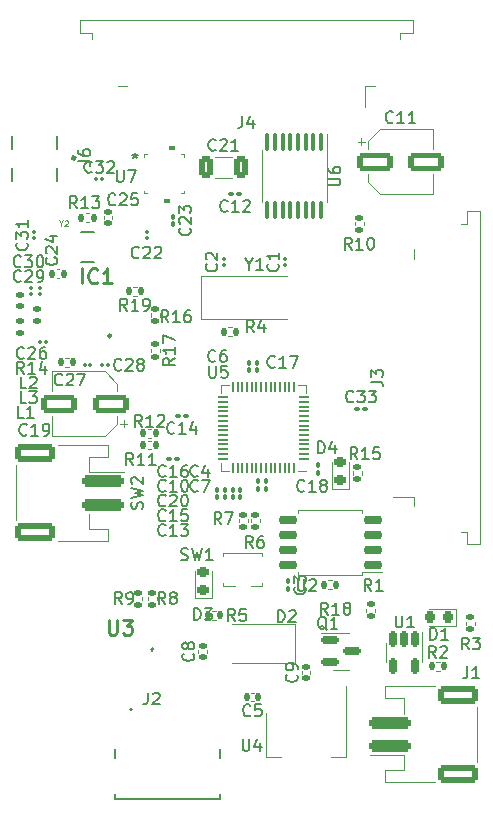
<source format=gbr>
%TF.GenerationSoftware,KiCad,Pcbnew,(6.0.7)*%
%TF.CreationDate,2022-11-29T14:59:17+08:00*%
%TF.ProjectId,Rp2040 wearable dev boards w wireless,52703230-3430-4207-9765-617261626c65,rev?*%
%TF.SameCoordinates,Original*%
%TF.FileFunction,Legend,Top*%
%TF.FilePolarity,Positive*%
%FSLAX46Y46*%
G04 Gerber Fmt 4.6, Leading zero omitted, Abs format (unit mm)*
G04 Created by KiCad (PCBNEW (6.0.7)) date 2022-11-29 14:59:17*
%MOMM*%
%LPD*%
G01*
G04 APERTURE LIST*
G04 Aperture macros list*
%AMRoundRect*
0 Rectangle with rounded corners*
0 $1 Rounding radius*
0 $2 $3 $4 $5 $6 $7 $8 $9 X,Y pos of 4 corners*
0 Add a 4 corners polygon primitive as box body*
4,1,4,$2,$3,$4,$5,$6,$7,$8,$9,$2,$3,0*
0 Add four circle primitives for the rounded corners*
1,1,$1+$1,$2,$3*
1,1,$1+$1,$4,$5*
1,1,$1+$1,$6,$7*
1,1,$1+$1,$8,$9*
0 Add four rect primitives between the rounded corners*
20,1,$1+$1,$2,$3,$4,$5,0*
20,1,$1+$1,$4,$5,$6,$7,0*
20,1,$1+$1,$6,$7,$8,$9,0*
20,1,$1+$1,$8,$9,$2,$3,0*%
G04 Aperture macros list end*
%ADD10C,0.150000*%
%ADD11C,0.254000*%
%ADD12C,0.120339*%
%ADD13C,0.120000*%
%ADD14C,0.127000*%
%ADD15C,0.200000*%
%ADD16C,0.100000*%
%ADD17C,0.250000*%
%ADD18C,0.300000*%
%ADD19RoundRect,0.135000X-0.135000X-0.185000X0.135000X-0.185000X0.135000X0.185000X-0.135000X0.185000X0*%
%ADD20RoundRect,0.075000X0.075000X-0.125000X0.075000X0.125000X-0.075000X0.125000X-0.075000X-0.125000X0*%
%ADD21RoundRect,0.135000X0.185000X-0.135000X0.185000X0.135000X-0.185000X0.135000X-0.185000X-0.135000X0*%
%ADD22C,0.630000*%
%ADD23C,0.600000*%
%ADD24R,0.520000X1.000000*%
%ADD25R,0.270000X1.000000*%
%ADD26R,1.000000X2.000000*%
%ADD27O,1.158000X2.316000*%
%ADD28O,1.200000X2.400000*%
%ADD29RoundRect,0.075000X-0.125000X-0.075000X0.125000X-0.075000X0.125000X0.075000X-0.125000X0.075000X0*%
%ADD30RoundRect,0.135000X0.135000X0.185000X-0.135000X0.185000X-0.135000X-0.185000X0.135000X-0.185000X0*%
%ADD31RoundRect,0.100000X-0.100000X0.130000X-0.100000X-0.130000X0.100000X-0.130000X0.100000X0.130000X0*%
%ADD32RoundRect,0.100000X0.130000X0.100000X-0.130000X0.100000X-0.130000X-0.100000X0.130000X-0.100000X0*%
%ADD33R,3.500000X2.400000*%
%ADD34RoundRect,0.140000X0.170000X-0.140000X0.170000X0.140000X-0.170000X0.140000X-0.170000X-0.140000X0*%
%ADD35RoundRect,0.100000X-0.100000X0.637500X-0.100000X-0.637500X0.100000X-0.637500X0.100000X0.637500X0*%
%ADD36RoundRect,0.218750X0.256250X-0.218750X0.256250X0.218750X-0.256250X0.218750X-0.256250X-0.218750X0*%
%ADD37RoundRect,0.250000X-1.500000X0.250000X-1.500000X-0.250000X1.500000X-0.250000X1.500000X0.250000X0*%
%ADD38RoundRect,0.250001X-1.449999X0.499999X-1.449999X-0.499999X1.449999X-0.499999X1.449999X0.499999X0*%
%ADD39RoundRect,0.250000X1.250000X0.550000X-1.250000X0.550000X-1.250000X-0.550000X1.250000X-0.550000X0*%
%ADD40RoundRect,0.140000X0.140000X0.170000X-0.140000X0.170000X-0.140000X-0.170000X0.140000X-0.170000X0*%
%ADD41R,0.660400X0.203200*%
%ADD42R,0.203200X0.660400*%
%ADD43R,1.752600X1.600200*%
%ADD44RoundRect,0.135000X-0.185000X0.135000X-0.185000X-0.135000X0.185000X-0.135000X0.185000X0.135000X0*%
%ADD45R,0.850000X0.300000*%
%ADD46R,0.300000X0.850000*%
%ADD47R,2.700000X2.700000*%
%ADD48RoundRect,0.218750X0.218750X0.256250X-0.218750X0.256250X-0.218750X-0.256250X0.218750X-0.256250X0*%
%ADD49RoundRect,0.150000X0.650000X0.150000X-0.650000X0.150000X-0.650000X-0.150000X0.650000X-0.150000X0*%
%ADD50RoundRect,0.250000X-0.325000X-0.650000X0.325000X-0.650000X0.325000X0.650000X-0.325000X0.650000X0*%
%ADD51R,2.500000X1.800000*%
%ADD52RoundRect,0.150000X-0.150000X0.512500X-0.150000X-0.512500X0.150000X-0.512500X0.150000X0.512500X0*%
%ADD53RoundRect,0.100000X0.100000X-0.130000X0.100000X0.130000X-0.100000X0.130000X-0.100000X-0.130000X0*%
%ADD54RoundRect,0.147500X-0.172500X0.147500X-0.172500X-0.147500X0.172500X-0.147500X0.172500X0.147500X0*%
%ADD55RoundRect,0.075000X-0.075000X0.125000X-0.075000X-0.125000X0.075000X-0.125000X0.075000X0.125000X0*%
%ADD56RoundRect,0.050000X0.387500X0.050000X-0.387500X0.050000X-0.387500X-0.050000X0.387500X-0.050000X0*%
%ADD57RoundRect,0.050000X0.050000X0.387500X-0.050000X0.387500X-0.050000X-0.387500X0.050000X-0.387500X0*%
%ADD58R,3.200000X3.200000*%
%ADD59R,4.560000X0.850000*%
%ADD60R,4.560000X1.000000*%
%ADD61RoundRect,0.250000X-1.250000X-0.550000X1.250000X-0.550000X1.250000X0.550000X-1.250000X0.550000X0*%
%ADD62R,0.900000X1.700000*%
%ADD63R,0.800000X1.100000*%
%ADD64RoundRect,0.150000X-0.587500X-0.150000X0.587500X-0.150000X0.587500X0.150000X-0.587500X0.150000X0*%
%ADD65RoundRect,0.075000X0.125000X0.075000X-0.125000X0.075000X-0.125000X-0.075000X0.125000X-0.075000X0*%
%ADD66R,0.610000X2.000000*%
%ADD67R,2.680000X3.600000*%
%ADD68R,1.400000X1.150000*%
%ADD69RoundRect,0.100000X-0.130000X-0.100000X0.130000X-0.100000X0.130000X0.100000X-0.130000X0.100000X0*%
%ADD70R,2.000000X0.610000*%
%ADD71R,3.600000X2.680000*%
%ADD72RoundRect,0.250000X1.500000X-0.250000X1.500000X0.250000X-1.500000X0.250000X-1.500000X-0.250000X0*%
%ADD73RoundRect,0.250001X1.449999X-0.499999X1.449999X0.499999X-1.449999X0.499999X-1.449999X-0.499999X0*%
%ADD74R,1.500000X2.000000*%
%ADD75R,3.800000X2.000000*%
%ADD76R,0.200000X0.565000*%
%ADD77R,0.400000X0.565000*%
%ADD78RoundRect,0.147500X0.172500X-0.147500X0.172500X0.147500X-0.172500X0.147500X-0.172500X-0.147500X0*%
G04 APERTURE END LIST*
D10*
%TO.C,R2*%
X71983333Y-88532380D02*
X71650000Y-88056190D01*
X71411904Y-88532380D02*
X71411904Y-87532380D01*
X71792857Y-87532380D01*
X71888095Y-87580000D01*
X71935714Y-87627619D01*
X71983333Y-87722857D01*
X71983333Y-87865714D01*
X71935714Y-87960952D01*
X71888095Y-88008571D01*
X71792857Y-88056190D01*
X71411904Y-88056190D01*
X72364285Y-87627619D02*
X72411904Y-87580000D01*
X72507142Y-87532380D01*
X72745238Y-87532380D01*
X72840476Y-87580000D01*
X72888095Y-87627619D01*
X72935714Y-87722857D01*
X72935714Y-87818095D01*
X72888095Y-87960952D01*
X72316666Y-88532380D01*
X72935714Y-88532380D01*
%TO.C,C30*%
X36857142Y-55357142D02*
X36809523Y-55404761D01*
X36666666Y-55452380D01*
X36571428Y-55452380D01*
X36428571Y-55404761D01*
X36333333Y-55309523D01*
X36285714Y-55214285D01*
X36238095Y-55023809D01*
X36238095Y-54880952D01*
X36285714Y-54690476D01*
X36333333Y-54595238D01*
X36428571Y-54500000D01*
X36571428Y-54452380D01*
X36666666Y-54452380D01*
X36809523Y-54500000D01*
X36857142Y-54547619D01*
X37190476Y-54452380D02*
X37809523Y-54452380D01*
X37476190Y-54833333D01*
X37619047Y-54833333D01*
X37714285Y-54880952D01*
X37761904Y-54928571D01*
X37809523Y-55023809D01*
X37809523Y-55261904D01*
X37761904Y-55357142D01*
X37714285Y-55404761D01*
X37619047Y-55452380D01*
X37333333Y-55452380D01*
X37238095Y-55404761D01*
X37190476Y-55357142D01*
X38428571Y-54452380D02*
X38523809Y-54452380D01*
X38619047Y-54500000D01*
X38666666Y-54547619D01*
X38714285Y-54642857D01*
X38761904Y-54833333D01*
X38761904Y-55071428D01*
X38714285Y-55261904D01*
X38666666Y-55357142D01*
X38619047Y-55404761D01*
X38523809Y-55452380D01*
X38428571Y-55452380D01*
X38333333Y-55404761D01*
X38285714Y-55357142D01*
X38238095Y-55261904D01*
X38190476Y-55071428D01*
X38190476Y-54833333D01*
X38238095Y-54642857D01*
X38285714Y-54547619D01*
X38333333Y-54500000D01*
X38428571Y-54452380D01*
%TO.C,R16*%
X49357142Y-60106021D02*
X49023809Y-59629831D01*
X48785714Y-60106021D02*
X48785714Y-59106021D01*
X49166666Y-59106021D01*
X49261904Y-59153641D01*
X49309523Y-59201260D01*
X49357142Y-59296498D01*
X49357142Y-59439355D01*
X49309523Y-59534593D01*
X49261904Y-59582212D01*
X49166666Y-59629831D01*
X48785714Y-59629831D01*
X50309523Y-60106021D02*
X49738095Y-60106021D01*
X50023809Y-60106021D02*
X50023809Y-59106021D01*
X49928571Y-59248879D01*
X49833333Y-59344117D01*
X49738095Y-59391736D01*
X51166666Y-59106021D02*
X50976190Y-59106021D01*
X50880952Y-59153641D01*
X50833333Y-59201260D01*
X50738095Y-59344117D01*
X50690476Y-59534593D01*
X50690476Y-59915545D01*
X50738095Y-60010783D01*
X50785714Y-60058402D01*
X50880952Y-60106021D01*
X51071428Y-60106021D01*
X51166666Y-60058402D01*
X51214285Y-60010783D01*
X51261904Y-59915545D01*
X51261904Y-59677450D01*
X51214285Y-59582212D01*
X51166666Y-59534593D01*
X51071428Y-59486974D01*
X50880952Y-59486974D01*
X50785714Y-59534593D01*
X50738095Y-59582212D01*
X50690476Y-59677450D01*
%TO.C,J2*%
X47617666Y-91467380D02*
X47617666Y-92181666D01*
X47570047Y-92324523D01*
X47474809Y-92419761D01*
X47331952Y-92467380D01*
X47236714Y-92467380D01*
X48046238Y-91562619D02*
X48093857Y-91515000D01*
X48189095Y-91467380D01*
X48427190Y-91467380D01*
X48522428Y-91515000D01*
X48570047Y-91562619D01*
X48617666Y-91657857D01*
X48617666Y-91753095D01*
X48570047Y-91895952D01*
X47998619Y-92467380D01*
X48617666Y-92467380D01*
%TO.C,C32*%
X42857142Y-47357142D02*
X42809523Y-47404761D01*
X42666666Y-47452380D01*
X42571428Y-47452380D01*
X42428571Y-47404761D01*
X42333333Y-47309523D01*
X42285714Y-47214285D01*
X42238095Y-47023809D01*
X42238095Y-46880952D01*
X42285714Y-46690476D01*
X42333333Y-46595238D01*
X42428571Y-46500000D01*
X42571428Y-46452380D01*
X42666666Y-46452380D01*
X42809523Y-46500000D01*
X42857142Y-46547619D01*
X43190476Y-46452380D02*
X43809523Y-46452380D01*
X43476190Y-46833333D01*
X43619047Y-46833333D01*
X43714285Y-46880952D01*
X43761904Y-46928571D01*
X43809523Y-47023809D01*
X43809523Y-47261904D01*
X43761904Y-47357142D01*
X43714285Y-47404761D01*
X43619047Y-47452380D01*
X43333333Y-47452380D01*
X43238095Y-47404761D01*
X43190476Y-47357142D01*
X44190476Y-46547619D02*
X44238095Y-46500000D01*
X44333333Y-46452380D01*
X44571428Y-46452380D01*
X44666666Y-46500000D01*
X44714285Y-46547619D01*
X44761904Y-46642857D01*
X44761904Y-46738095D01*
X44714285Y-46880952D01*
X44142857Y-47452380D01*
X44761904Y-47452380D01*
%TO.C,R19*%
X45857142Y-59122380D02*
X45523809Y-58646190D01*
X45285714Y-59122380D02*
X45285714Y-58122380D01*
X45666666Y-58122380D01*
X45761904Y-58170000D01*
X45809523Y-58217619D01*
X45857142Y-58312857D01*
X45857142Y-58455714D01*
X45809523Y-58550952D01*
X45761904Y-58598571D01*
X45666666Y-58646190D01*
X45285714Y-58646190D01*
X46809523Y-59122380D02*
X46238095Y-59122380D01*
X46523809Y-59122380D02*
X46523809Y-58122380D01*
X46428571Y-58265238D01*
X46333333Y-58360476D01*
X46238095Y-58408095D01*
X47285714Y-59122380D02*
X47476190Y-59122380D01*
X47571428Y-59074761D01*
X47619047Y-59027142D01*
X47714285Y-58884285D01*
X47761904Y-58693809D01*
X47761904Y-58312857D01*
X47714285Y-58217619D01*
X47666666Y-58170000D01*
X47571428Y-58122380D01*
X47380952Y-58122380D01*
X47285714Y-58170000D01*
X47238095Y-58217619D01*
X47190476Y-58312857D01*
X47190476Y-58550952D01*
X47238095Y-58646190D01*
X47285714Y-58693809D01*
X47380952Y-58741428D01*
X47571428Y-58741428D01*
X47666666Y-58693809D01*
X47714285Y-58646190D01*
X47761904Y-58550952D01*
%TO.C,C10*%
X49107142Y-74357142D02*
X49059523Y-74404761D01*
X48916666Y-74452380D01*
X48821428Y-74452380D01*
X48678571Y-74404761D01*
X48583333Y-74309523D01*
X48535714Y-74214285D01*
X48488095Y-74023809D01*
X48488095Y-73880952D01*
X48535714Y-73690476D01*
X48583333Y-73595238D01*
X48678571Y-73500000D01*
X48821428Y-73452380D01*
X48916666Y-73452380D01*
X49059523Y-73500000D01*
X49107142Y-73547619D01*
X50059523Y-74452380D02*
X49488095Y-74452380D01*
X49773809Y-74452380D02*
X49773809Y-73452380D01*
X49678571Y-73595238D01*
X49583333Y-73690476D01*
X49488095Y-73738095D01*
X50678571Y-73452380D02*
X50773809Y-73452380D01*
X50869047Y-73500000D01*
X50916666Y-73547619D01*
X50964285Y-73642857D01*
X51011904Y-73833333D01*
X51011904Y-74071428D01*
X50964285Y-74261904D01*
X50916666Y-74357142D01*
X50869047Y-74404761D01*
X50773809Y-74452380D01*
X50678571Y-74452380D01*
X50583333Y-74404761D01*
X50535714Y-74357142D01*
X50488095Y-74261904D01*
X50440476Y-74071428D01*
X50440476Y-73833333D01*
X50488095Y-73642857D01*
X50535714Y-73547619D01*
X50583333Y-73500000D01*
X50678571Y-73452380D01*
%TO.C,C14*%
X49857142Y-69457142D02*
X49809523Y-69504761D01*
X49666666Y-69552380D01*
X49571428Y-69552380D01*
X49428571Y-69504761D01*
X49333333Y-69409523D01*
X49285714Y-69314285D01*
X49238095Y-69123809D01*
X49238095Y-68980952D01*
X49285714Y-68790476D01*
X49333333Y-68695238D01*
X49428571Y-68600000D01*
X49571428Y-68552380D01*
X49666666Y-68552380D01*
X49809523Y-68600000D01*
X49857142Y-68647619D01*
X50809523Y-69552380D02*
X50238095Y-69552380D01*
X50523809Y-69552380D02*
X50523809Y-68552380D01*
X50428571Y-68695238D01*
X50333333Y-68790476D01*
X50238095Y-68838095D01*
X51666666Y-68885714D02*
X51666666Y-69552380D01*
X51428571Y-68504761D02*
X51190476Y-69219047D01*
X51809523Y-69219047D01*
%TO.C,Y1*%
X56173809Y-55176190D02*
X56173809Y-55652380D01*
X55840476Y-54652380D02*
X56173809Y-55176190D01*
X56507142Y-54652380D01*
X57364285Y-55652380D02*
X56792857Y-55652380D01*
X57078571Y-55652380D02*
X57078571Y-54652380D01*
X56983333Y-54795238D01*
X56888095Y-54890476D01*
X56792857Y-54938095D01*
%TO.C,C8*%
X51447142Y-88166666D02*
X51494761Y-88214285D01*
X51542380Y-88357142D01*
X51542380Y-88452380D01*
X51494761Y-88595238D01*
X51399523Y-88690476D01*
X51304285Y-88738095D01*
X51113809Y-88785714D01*
X50970952Y-88785714D01*
X50780476Y-88738095D01*
X50685238Y-88690476D01*
X50590000Y-88595238D01*
X50542380Y-88452380D01*
X50542380Y-88357142D01*
X50590000Y-88214285D01*
X50637619Y-88166666D01*
X50970952Y-87595238D02*
X50923333Y-87690476D01*
X50875714Y-87738095D01*
X50780476Y-87785714D01*
X50732857Y-87785714D01*
X50637619Y-87738095D01*
X50590000Y-87690476D01*
X50542380Y-87595238D01*
X50542380Y-87404761D01*
X50590000Y-87309523D01*
X50637619Y-87261904D01*
X50732857Y-87214285D01*
X50780476Y-87214285D01*
X50875714Y-87261904D01*
X50923333Y-87309523D01*
X50970952Y-87404761D01*
X50970952Y-87595238D01*
X51018571Y-87690476D01*
X51066190Y-87738095D01*
X51161428Y-87785714D01*
X51351904Y-87785714D01*
X51447142Y-87738095D01*
X51494761Y-87690476D01*
X51542380Y-87595238D01*
X51542380Y-87404761D01*
X51494761Y-87309523D01*
X51447142Y-87261904D01*
X51351904Y-87214285D01*
X51161428Y-87214285D01*
X51066190Y-87261904D01*
X51018571Y-87309523D01*
X50970952Y-87404761D01*
%TO.C,U6*%
X62902380Y-48511904D02*
X63711904Y-48511904D01*
X63807142Y-48464285D01*
X63854761Y-48416666D01*
X63902380Y-48321428D01*
X63902380Y-48130952D01*
X63854761Y-48035714D01*
X63807142Y-47988095D01*
X63711904Y-47940476D01*
X62902380Y-47940476D01*
X62902380Y-47035714D02*
X62902380Y-47226190D01*
X62950000Y-47321428D01*
X62997619Y-47369047D01*
X63140476Y-47464285D01*
X63330952Y-47511904D01*
X63711904Y-47511904D01*
X63807142Y-47464285D01*
X63854761Y-47416666D01*
X63902380Y-47321428D01*
X63902380Y-47130952D01*
X63854761Y-47035714D01*
X63807142Y-46988095D01*
X63711904Y-46940476D01*
X63473809Y-46940476D01*
X63378571Y-46988095D01*
X63330952Y-47035714D01*
X63283333Y-47130952D01*
X63283333Y-47321428D01*
X63330952Y-47416666D01*
X63378571Y-47464285D01*
X63473809Y-47511904D01*
%TO.C,C31*%
X37357142Y-53392857D02*
X37404761Y-53440476D01*
X37452380Y-53583333D01*
X37452380Y-53678571D01*
X37404761Y-53821428D01*
X37309523Y-53916666D01*
X37214285Y-53964285D01*
X37023809Y-54011904D01*
X36880952Y-54011904D01*
X36690476Y-53964285D01*
X36595238Y-53916666D01*
X36500000Y-53821428D01*
X36452380Y-53678571D01*
X36452380Y-53583333D01*
X36500000Y-53440476D01*
X36547619Y-53392857D01*
X36452380Y-53059523D02*
X36452380Y-52440476D01*
X36833333Y-52773809D01*
X36833333Y-52630952D01*
X36880952Y-52535714D01*
X36928571Y-52488095D01*
X37023809Y-52440476D01*
X37261904Y-52440476D01*
X37357142Y-52488095D01*
X37404761Y-52535714D01*
X37452380Y-52630952D01*
X37452380Y-52916666D01*
X37404761Y-53011904D01*
X37357142Y-53059523D01*
X37452380Y-51488095D02*
X37452380Y-52059523D01*
X37452380Y-51773809D02*
X36452380Y-51773809D01*
X36595238Y-51869047D01*
X36690476Y-51964285D01*
X36738095Y-52059523D01*
%TO.C,D3*%
X51511904Y-85302380D02*
X51511904Y-84302380D01*
X51750000Y-84302380D01*
X51892857Y-84350000D01*
X51988095Y-84445238D01*
X52035714Y-84540476D01*
X52083333Y-84730952D01*
X52083333Y-84873809D01*
X52035714Y-85064285D01*
X51988095Y-85159523D01*
X51892857Y-85254761D01*
X51750000Y-85302380D01*
X51511904Y-85302380D01*
X52416666Y-84302380D02*
X53035714Y-84302380D01*
X52702380Y-84683333D01*
X52845238Y-84683333D01*
X52940476Y-84730952D01*
X52988095Y-84778571D01*
X53035714Y-84873809D01*
X53035714Y-85111904D01*
X52988095Y-85207142D01*
X52940476Y-85254761D01*
X52845238Y-85302380D01*
X52559523Y-85302380D01*
X52464285Y-85254761D01*
X52416666Y-85207142D01*
%TO.C,R1*%
X66533333Y-82852380D02*
X66200000Y-82376190D01*
X65961904Y-82852380D02*
X65961904Y-81852380D01*
X66342857Y-81852380D01*
X66438095Y-81900000D01*
X66485714Y-81947619D01*
X66533333Y-82042857D01*
X66533333Y-82185714D01*
X66485714Y-82280952D01*
X66438095Y-82328571D01*
X66342857Y-82376190D01*
X65961904Y-82376190D01*
X67485714Y-82852380D02*
X66914285Y-82852380D01*
X67200000Y-82852380D02*
X67200000Y-81852380D01*
X67104761Y-81995238D01*
X67009523Y-82090476D01*
X66914285Y-82138095D01*
%TO.C,R9*%
X45413333Y-83952380D02*
X45080000Y-83476190D01*
X44841904Y-83952380D02*
X44841904Y-82952380D01*
X45222857Y-82952380D01*
X45318095Y-83000000D01*
X45365714Y-83047619D01*
X45413333Y-83142857D01*
X45413333Y-83285714D01*
X45365714Y-83380952D01*
X45318095Y-83428571D01*
X45222857Y-83476190D01*
X44841904Y-83476190D01*
X45889523Y-83952380D02*
X46080000Y-83952380D01*
X46175238Y-83904761D01*
X46222857Y-83857142D01*
X46318095Y-83714285D01*
X46365714Y-83523809D01*
X46365714Y-83142857D01*
X46318095Y-83047619D01*
X46270476Y-83000000D01*
X46175238Y-82952380D01*
X45984761Y-82952380D01*
X45889523Y-83000000D01*
X45841904Y-83047619D01*
X45794285Y-83142857D01*
X45794285Y-83380952D01*
X45841904Y-83476190D01*
X45889523Y-83523809D01*
X45984761Y-83571428D01*
X46175238Y-83571428D01*
X46270476Y-83523809D01*
X46318095Y-83476190D01*
X46365714Y-83380952D01*
%TO.C,SW2*%
X47154761Y-75883333D02*
X47202380Y-75740476D01*
X47202380Y-75502380D01*
X47154761Y-75407142D01*
X47107142Y-75359523D01*
X47011904Y-75311904D01*
X46916666Y-75311904D01*
X46821428Y-75359523D01*
X46773809Y-75407142D01*
X46726190Y-75502380D01*
X46678571Y-75692857D01*
X46630952Y-75788095D01*
X46583333Y-75835714D01*
X46488095Y-75883333D01*
X46392857Y-75883333D01*
X46297619Y-75835714D01*
X46250000Y-75788095D01*
X46202380Y-75692857D01*
X46202380Y-75454761D01*
X46250000Y-75311904D01*
X46202380Y-74978571D02*
X47202380Y-74740476D01*
X46488095Y-74550000D01*
X47202380Y-74359523D01*
X46202380Y-74121428D01*
X46297619Y-73788095D02*
X46250000Y-73740476D01*
X46202380Y-73645238D01*
X46202380Y-73407142D01*
X46250000Y-73311904D01*
X46297619Y-73264285D01*
X46392857Y-73216666D01*
X46488095Y-73216666D01*
X46630952Y-73264285D01*
X47202380Y-73835714D01*
X47202380Y-73216666D01*
%TO.C,C19*%
X37357142Y-69607142D02*
X37309523Y-69654761D01*
X37166666Y-69702380D01*
X37071428Y-69702380D01*
X36928571Y-69654761D01*
X36833333Y-69559523D01*
X36785714Y-69464285D01*
X36738095Y-69273809D01*
X36738095Y-69130952D01*
X36785714Y-68940476D01*
X36833333Y-68845238D01*
X36928571Y-68750000D01*
X37071428Y-68702380D01*
X37166666Y-68702380D01*
X37309523Y-68750000D01*
X37357142Y-68797619D01*
X38309523Y-69702380D02*
X37738095Y-69702380D01*
X38023809Y-69702380D02*
X38023809Y-68702380D01*
X37928571Y-68845238D01*
X37833333Y-68940476D01*
X37738095Y-68988095D01*
X38785714Y-69702380D02*
X38976190Y-69702380D01*
X39071428Y-69654761D01*
X39119047Y-69607142D01*
X39214285Y-69464285D01*
X39261904Y-69273809D01*
X39261904Y-68892857D01*
X39214285Y-68797619D01*
X39166666Y-68750000D01*
X39071428Y-68702380D01*
X38880952Y-68702380D01*
X38785714Y-68750000D01*
X38738095Y-68797619D01*
X38690476Y-68892857D01*
X38690476Y-69130952D01*
X38738095Y-69226190D01*
X38785714Y-69273809D01*
X38880952Y-69321428D01*
X39071428Y-69321428D01*
X39166666Y-69273809D01*
X39214285Y-69226190D01*
X39261904Y-69130952D01*
%TO.C,C16*%
X49107142Y-73107142D02*
X49059523Y-73154761D01*
X48916666Y-73202380D01*
X48821428Y-73202380D01*
X48678571Y-73154761D01*
X48583333Y-73059523D01*
X48535714Y-72964285D01*
X48488095Y-72773809D01*
X48488095Y-72630952D01*
X48535714Y-72440476D01*
X48583333Y-72345238D01*
X48678571Y-72250000D01*
X48821428Y-72202380D01*
X48916666Y-72202380D01*
X49059523Y-72250000D01*
X49107142Y-72297619D01*
X50059523Y-73202380D02*
X49488095Y-73202380D01*
X49773809Y-73202380D02*
X49773809Y-72202380D01*
X49678571Y-72345238D01*
X49583333Y-72440476D01*
X49488095Y-72488095D01*
X50916666Y-72202380D02*
X50726190Y-72202380D01*
X50630952Y-72250000D01*
X50583333Y-72297619D01*
X50488095Y-72440476D01*
X50440476Y-72630952D01*
X50440476Y-73011904D01*
X50488095Y-73107142D01*
X50535714Y-73154761D01*
X50630952Y-73202380D01*
X50821428Y-73202380D01*
X50916666Y-73154761D01*
X50964285Y-73107142D01*
X51011904Y-73011904D01*
X51011904Y-72773809D01*
X50964285Y-72678571D01*
X50916666Y-72630952D01*
X50821428Y-72583333D01*
X50630952Y-72583333D01*
X50535714Y-72630952D01*
X50488095Y-72678571D01*
X50440476Y-72773809D01*
%TO.C,C24*%
X39857142Y-54642857D02*
X39904761Y-54690476D01*
X39952380Y-54833333D01*
X39952380Y-54928571D01*
X39904761Y-55071428D01*
X39809523Y-55166666D01*
X39714285Y-55214285D01*
X39523809Y-55261904D01*
X39380952Y-55261904D01*
X39190476Y-55214285D01*
X39095238Y-55166666D01*
X39000000Y-55071428D01*
X38952380Y-54928571D01*
X38952380Y-54833333D01*
X39000000Y-54690476D01*
X39047619Y-54642857D01*
X39047619Y-54261904D02*
X39000000Y-54214285D01*
X38952380Y-54119047D01*
X38952380Y-53880952D01*
X39000000Y-53785714D01*
X39047619Y-53738095D01*
X39142857Y-53690476D01*
X39238095Y-53690476D01*
X39380952Y-53738095D01*
X39952380Y-54309523D01*
X39952380Y-53690476D01*
X39285714Y-52833333D02*
X39952380Y-52833333D01*
X38904761Y-53071428D02*
X39619047Y-53309523D01*
X39619047Y-52690476D01*
%TO.C,R4*%
X56583333Y-60952380D02*
X56250000Y-60476190D01*
X56011904Y-60952380D02*
X56011904Y-59952380D01*
X56392857Y-59952380D01*
X56488095Y-60000000D01*
X56535714Y-60047619D01*
X56583333Y-60142857D01*
X56583333Y-60285714D01*
X56535714Y-60380952D01*
X56488095Y-60428571D01*
X56392857Y-60476190D01*
X56011904Y-60476190D01*
X57440476Y-60285714D02*
X57440476Y-60952380D01*
X57202380Y-59904761D02*
X56964285Y-60619047D01*
X57583333Y-60619047D01*
%TO.C,R14*%
X37107142Y-64452380D02*
X36773809Y-63976190D01*
X36535714Y-64452380D02*
X36535714Y-63452380D01*
X36916666Y-63452380D01*
X37011904Y-63500000D01*
X37059523Y-63547619D01*
X37107142Y-63642857D01*
X37107142Y-63785714D01*
X37059523Y-63880952D01*
X37011904Y-63928571D01*
X36916666Y-63976190D01*
X36535714Y-63976190D01*
X38059523Y-64452380D02*
X37488095Y-64452380D01*
X37773809Y-64452380D02*
X37773809Y-63452380D01*
X37678571Y-63595238D01*
X37583333Y-63690476D01*
X37488095Y-63738095D01*
X38916666Y-63785714D02*
X38916666Y-64452380D01*
X38678571Y-63404761D02*
X38440476Y-64119047D01*
X39059523Y-64119047D01*
%TO.C,U7*%
X44988095Y-47202380D02*
X44988095Y-48011904D01*
X45035714Y-48107142D01*
X45083333Y-48154761D01*
X45178571Y-48202380D01*
X45369047Y-48202380D01*
X45464285Y-48154761D01*
X45511904Y-48107142D01*
X45559523Y-48011904D01*
X45559523Y-47202380D01*
X45940476Y-47202380D02*
X46607142Y-47202380D01*
X46178571Y-48202380D01*
X46510799Y-45776380D02*
X46510799Y-46014476D01*
X46272703Y-45919238D02*
X46510799Y-46014476D01*
X46748894Y-45919238D01*
X46367941Y-46204952D02*
X46510799Y-46014476D01*
X46653656Y-46204952D01*
X46510799Y-45776380D02*
X46510799Y-46014476D01*
X46272703Y-45919238D02*
X46510799Y-46014476D01*
X46748894Y-45919238D01*
X46367941Y-46204952D02*
X46510799Y-46014476D01*
X46653656Y-46204952D01*
%TO.C,R17*%
X49872380Y-63142857D02*
X49396190Y-63476190D01*
X49872380Y-63714285D02*
X48872380Y-63714285D01*
X48872380Y-63333333D01*
X48920000Y-63238095D01*
X48967619Y-63190476D01*
X49062857Y-63142857D01*
X49205714Y-63142857D01*
X49300952Y-63190476D01*
X49348571Y-63238095D01*
X49396190Y-63333333D01*
X49396190Y-63714285D01*
X49872380Y-62190476D02*
X49872380Y-62761904D01*
X49872380Y-62476190D02*
X48872380Y-62476190D01*
X49015238Y-62571428D01*
X49110476Y-62666666D01*
X49158095Y-62761904D01*
X48872380Y-61857142D02*
X48872380Y-61190476D01*
X49872380Y-61619047D01*
D11*
%TO.C,IC1*%
X42010238Y-56824523D02*
X42010238Y-55554523D01*
X43340714Y-56703571D02*
X43280238Y-56764047D01*
X43098809Y-56824523D01*
X42977857Y-56824523D01*
X42796428Y-56764047D01*
X42675476Y-56643095D01*
X42615000Y-56522142D01*
X42554523Y-56280238D01*
X42554523Y-56098809D01*
X42615000Y-55856904D01*
X42675476Y-55735952D01*
X42796428Y-55615000D01*
X42977857Y-55554523D01*
X43098809Y-55554523D01*
X43280238Y-55615000D01*
X43340714Y-55675476D01*
X44550238Y-56824523D02*
X43824523Y-56824523D01*
X44187380Y-56824523D02*
X44187380Y-55554523D01*
X44066428Y-55735952D01*
X43945476Y-55856904D01*
X43824523Y-55917380D01*
D10*
%TO.C,R18*%
X62857142Y-84852380D02*
X62523809Y-84376190D01*
X62285714Y-84852380D02*
X62285714Y-83852380D01*
X62666666Y-83852380D01*
X62761904Y-83900000D01*
X62809523Y-83947619D01*
X62857142Y-84042857D01*
X62857142Y-84185714D01*
X62809523Y-84280952D01*
X62761904Y-84328571D01*
X62666666Y-84376190D01*
X62285714Y-84376190D01*
X63809523Y-84852380D02*
X63238095Y-84852380D01*
X63523809Y-84852380D02*
X63523809Y-83852380D01*
X63428571Y-83995238D01*
X63333333Y-84090476D01*
X63238095Y-84138095D01*
X64380952Y-84280952D02*
X64285714Y-84233333D01*
X64238095Y-84185714D01*
X64190476Y-84090476D01*
X64190476Y-84042857D01*
X64238095Y-83947619D01*
X64285714Y-83900000D01*
X64380952Y-83852380D01*
X64571428Y-83852380D01*
X64666666Y-83900000D01*
X64714285Y-83947619D01*
X64761904Y-84042857D01*
X64761904Y-84090476D01*
X64714285Y-84185714D01*
X64666666Y-84233333D01*
X64571428Y-84280952D01*
X64380952Y-84280952D01*
X64285714Y-84328571D01*
X64238095Y-84376190D01*
X64190476Y-84471428D01*
X64190476Y-84661904D01*
X64238095Y-84757142D01*
X64285714Y-84804761D01*
X64380952Y-84852380D01*
X64571428Y-84852380D01*
X64666666Y-84804761D01*
X64714285Y-84757142D01*
X64761904Y-84661904D01*
X64761904Y-84471428D01*
X64714285Y-84376190D01*
X64666666Y-84328571D01*
X64571428Y-84280952D01*
%TO.C,D1*%
X71511904Y-86982380D02*
X71511904Y-85982380D01*
X71750000Y-85982380D01*
X71892857Y-86030000D01*
X71988095Y-86125238D01*
X72035714Y-86220476D01*
X72083333Y-86410952D01*
X72083333Y-86553809D01*
X72035714Y-86744285D01*
X71988095Y-86839523D01*
X71892857Y-86934761D01*
X71750000Y-86982380D01*
X71511904Y-86982380D01*
X73035714Y-86982380D02*
X72464285Y-86982380D01*
X72750000Y-86982380D02*
X72750000Y-85982380D01*
X72654761Y-86125238D01*
X72559523Y-86220476D01*
X72464285Y-86268095D01*
%TO.C,R13*%
X41607142Y-50452380D02*
X41273809Y-49976190D01*
X41035714Y-50452380D02*
X41035714Y-49452380D01*
X41416666Y-49452380D01*
X41511904Y-49500000D01*
X41559523Y-49547619D01*
X41607142Y-49642857D01*
X41607142Y-49785714D01*
X41559523Y-49880952D01*
X41511904Y-49928571D01*
X41416666Y-49976190D01*
X41035714Y-49976190D01*
X42559523Y-50452380D02*
X41988095Y-50452380D01*
X42273809Y-50452380D02*
X42273809Y-49452380D01*
X42178571Y-49595238D01*
X42083333Y-49690476D01*
X41988095Y-49738095D01*
X42892857Y-49452380D02*
X43511904Y-49452380D01*
X43178571Y-49833333D01*
X43321428Y-49833333D01*
X43416666Y-49880952D01*
X43464285Y-49928571D01*
X43511904Y-50023809D01*
X43511904Y-50261904D01*
X43464285Y-50357142D01*
X43416666Y-50404761D01*
X43321428Y-50452380D01*
X43035714Y-50452380D01*
X42940476Y-50404761D01*
X42892857Y-50357142D01*
%TO.C,C29*%
X36857142Y-56607142D02*
X36809523Y-56654761D01*
X36666666Y-56702380D01*
X36571428Y-56702380D01*
X36428571Y-56654761D01*
X36333333Y-56559523D01*
X36285714Y-56464285D01*
X36238095Y-56273809D01*
X36238095Y-56130952D01*
X36285714Y-55940476D01*
X36333333Y-55845238D01*
X36428571Y-55750000D01*
X36571428Y-55702380D01*
X36666666Y-55702380D01*
X36809523Y-55750000D01*
X36857142Y-55797619D01*
X37238095Y-55797619D02*
X37285714Y-55750000D01*
X37380952Y-55702380D01*
X37619047Y-55702380D01*
X37714285Y-55750000D01*
X37761904Y-55797619D01*
X37809523Y-55892857D01*
X37809523Y-55988095D01*
X37761904Y-56130952D01*
X37190476Y-56702380D01*
X37809523Y-56702380D01*
X38285714Y-56702380D02*
X38476190Y-56702380D01*
X38571428Y-56654761D01*
X38619047Y-56607142D01*
X38714285Y-56464285D01*
X38761904Y-56273809D01*
X38761904Y-55892857D01*
X38714285Y-55797619D01*
X38666666Y-55750000D01*
X38571428Y-55702380D01*
X38380952Y-55702380D01*
X38285714Y-55750000D01*
X38238095Y-55797619D01*
X38190476Y-55892857D01*
X38190476Y-56130952D01*
X38238095Y-56226190D01*
X38285714Y-56273809D01*
X38380952Y-56321428D01*
X38571428Y-56321428D01*
X38666666Y-56273809D01*
X38714285Y-56226190D01*
X38761904Y-56130952D01*
%TO.C,U2*%
X60288095Y-81852380D02*
X60288095Y-82661904D01*
X60335714Y-82757142D01*
X60383333Y-82804761D01*
X60478571Y-82852380D01*
X60669047Y-82852380D01*
X60764285Y-82804761D01*
X60811904Y-82757142D01*
X60859523Y-82661904D01*
X60859523Y-81852380D01*
X61288095Y-81947619D02*
X61335714Y-81900000D01*
X61430952Y-81852380D01*
X61669047Y-81852380D01*
X61764285Y-81900000D01*
X61811904Y-81947619D01*
X61859523Y-82042857D01*
X61859523Y-82138095D01*
X61811904Y-82280952D01*
X61240476Y-82852380D01*
X61859523Y-82852380D01*
%TO.C,C18*%
X60857142Y-74357142D02*
X60809523Y-74404761D01*
X60666666Y-74452380D01*
X60571428Y-74452380D01*
X60428571Y-74404761D01*
X60333333Y-74309523D01*
X60285714Y-74214285D01*
X60238095Y-74023809D01*
X60238095Y-73880952D01*
X60285714Y-73690476D01*
X60333333Y-73595238D01*
X60428571Y-73500000D01*
X60571428Y-73452380D01*
X60666666Y-73452380D01*
X60809523Y-73500000D01*
X60857142Y-73547619D01*
X61809523Y-74452380D02*
X61238095Y-74452380D01*
X61523809Y-74452380D02*
X61523809Y-73452380D01*
X61428571Y-73595238D01*
X61333333Y-73690476D01*
X61238095Y-73738095D01*
X62380952Y-73880952D02*
X62285714Y-73833333D01*
X62238095Y-73785714D01*
X62190476Y-73690476D01*
X62190476Y-73642857D01*
X62238095Y-73547619D01*
X62285714Y-73500000D01*
X62380952Y-73452380D01*
X62571428Y-73452380D01*
X62666666Y-73500000D01*
X62714285Y-73547619D01*
X62761904Y-73642857D01*
X62761904Y-73690476D01*
X62714285Y-73785714D01*
X62666666Y-73833333D01*
X62571428Y-73880952D01*
X62380952Y-73880952D01*
X62285714Y-73928571D01*
X62238095Y-73976190D01*
X62190476Y-74071428D01*
X62190476Y-74261904D01*
X62238095Y-74357142D01*
X62285714Y-74404761D01*
X62380952Y-74452380D01*
X62571428Y-74452380D01*
X62666666Y-74404761D01*
X62714285Y-74357142D01*
X62761904Y-74261904D01*
X62761904Y-74071428D01*
X62714285Y-73976190D01*
X62666666Y-73928571D01*
X62571428Y-73880952D01*
%TO.C,C21*%
X53357142Y-45507142D02*
X53309523Y-45554761D01*
X53166666Y-45602380D01*
X53071428Y-45602380D01*
X52928571Y-45554761D01*
X52833333Y-45459523D01*
X52785714Y-45364285D01*
X52738095Y-45173809D01*
X52738095Y-45030952D01*
X52785714Y-44840476D01*
X52833333Y-44745238D01*
X52928571Y-44650000D01*
X53071428Y-44602380D01*
X53166666Y-44602380D01*
X53309523Y-44650000D01*
X53357142Y-44697619D01*
X53738095Y-44697619D02*
X53785714Y-44650000D01*
X53880952Y-44602380D01*
X54119047Y-44602380D01*
X54214285Y-44650000D01*
X54261904Y-44697619D01*
X54309523Y-44792857D01*
X54309523Y-44888095D01*
X54261904Y-45030952D01*
X53690476Y-45602380D01*
X54309523Y-45602380D01*
X55261904Y-45602380D02*
X54690476Y-45602380D01*
X54976190Y-45602380D02*
X54976190Y-44602380D01*
X54880952Y-44745238D01*
X54785714Y-44840476D01*
X54690476Y-44888095D01*
%TO.C,C12*%
X54357142Y-50657142D02*
X54309523Y-50704761D01*
X54166666Y-50752380D01*
X54071428Y-50752380D01*
X53928571Y-50704761D01*
X53833333Y-50609523D01*
X53785714Y-50514285D01*
X53738095Y-50323809D01*
X53738095Y-50180952D01*
X53785714Y-49990476D01*
X53833333Y-49895238D01*
X53928571Y-49800000D01*
X54071428Y-49752380D01*
X54166666Y-49752380D01*
X54309523Y-49800000D01*
X54357142Y-49847619D01*
X55309523Y-50752380D02*
X54738095Y-50752380D01*
X55023809Y-50752380D02*
X55023809Y-49752380D01*
X54928571Y-49895238D01*
X54833333Y-49990476D01*
X54738095Y-50038095D01*
X55690476Y-49847619D02*
X55738095Y-49800000D01*
X55833333Y-49752380D01*
X56071428Y-49752380D01*
X56166666Y-49800000D01*
X56214285Y-49847619D01*
X56261904Y-49942857D01*
X56261904Y-50038095D01*
X56214285Y-50180952D01*
X55642857Y-50752380D01*
X56261904Y-50752380D01*
%TO.C,D2*%
X58611904Y-85502380D02*
X58611904Y-84502380D01*
X58850000Y-84502380D01*
X58992857Y-84550000D01*
X59088095Y-84645238D01*
X59135714Y-84740476D01*
X59183333Y-84930952D01*
X59183333Y-85073809D01*
X59135714Y-85264285D01*
X59088095Y-85359523D01*
X58992857Y-85454761D01*
X58850000Y-85502380D01*
X58611904Y-85502380D01*
X59564285Y-84597619D02*
X59611904Y-84550000D01*
X59707142Y-84502380D01*
X59945238Y-84502380D01*
X60040476Y-84550000D01*
X60088095Y-84597619D01*
X60135714Y-84692857D01*
X60135714Y-84788095D01*
X60088095Y-84930952D01*
X59516666Y-85502380D01*
X60135714Y-85502380D01*
%TO.C,C1*%
X58607142Y-55166666D02*
X58654761Y-55214285D01*
X58702380Y-55357142D01*
X58702380Y-55452380D01*
X58654761Y-55595238D01*
X58559523Y-55690476D01*
X58464285Y-55738095D01*
X58273809Y-55785714D01*
X58130952Y-55785714D01*
X57940476Y-55738095D01*
X57845238Y-55690476D01*
X57750000Y-55595238D01*
X57702380Y-55452380D01*
X57702380Y-55357142D01*
X57750000Y-55214285D01*
X57797619Y-55166666D01*
X58702380Y-54214285D02*
X58702380Y-54785714D01*
X58702380Y-54500000D02*
X57702380Y-54500000D01*
X57845238Y-54595238D01*
X57940476Y-54690476D01*
X57988095Y-54785714D01*
%TO.C,C13*%
X49107142Y-78107142D02*
X49059523Y-78154761D01*
X48916666Y-78202380D01*
X48821428Y-78202380D01*
X48678571Y-78154761D01*
X48583333Y-78059523D01*
X48535714Y-77964285D01*
X48488095Y-77773809D01*
X48488095Y-77630952D01*
X48535714Y-77440476D01*
X48583333Y-77345238D01*
X48678571Y-77250000D01*
X48821428Y-77202380D01*
X48916666Y-77202380D01*
X49059523Y-77250000D01*
X49107142Y-77297619D01*
X50059523Y-78202380D02*
X49488095Y-78202380D01*
X49773809Y-78202380D02*
X49773809Y-77202380D01*
X49678571Y-77345238D01*
X49583333Y-77440476D01*
X49488095Y-77488095D01*
X50392857Y-77202380D02*
X51011904Y-77202380D01*
X50678571Y-77583333D01*
X50821428Y-77583333D01*
X50916666Y-77630952D01*
X50964285Y-77678571D01*
X51011904Y-77773809D01*
X51011904Y-78011904D01*
X50964285Y-78107142D01*
X50916666Y-78154761D01*
X50821428Y-78202380D01*
X50535714Y-78202380D01*
X50440476Y-78154761D01*
X50392857Y-78107142D01*
%TO.C,U1*%
X68588095Y-84952380D02*
X68588095Y-85761904D01*
X68635714Y-85857142D01*
X68683333Y-85904761D01*
X68778571Y-85952380D01*
X68969047Y-85952380D01*
X69064285Y-85904761D01*
X69111904Y-85857142D01*
X69159523Y-85761904D01*
X69159523Y-84952380D01*
X70159523Y-85952380D02*
X69588095Y-85952380D01*
X69873809Y-85952380D02*
X69873809Y-84952380D01*
X69778571Y-85095238D01*
X69683333Y-85190476D01*
X69588095Y-85238095D01*
%TO.C,R8*%
X49083333Y-83952380D02*
X48750000Y-83476190D01*
X48511904Y-83952380D02*
X48511904Y-82952380D01*
X48892857Y-82952380D01*
X48988095Y-83000000D01*
X49035714Y-83047619D01*
X49083333Y-83142857D01*
X49083333Y-83285714D01*
X49035714Y-83380952D01*
X48988095Y-83428571D01*
X48892857Y-83476190D01*
X48511904Y-83476190D01*
X49654761Y-83380952D02*
X49559523Y-83333333D01*
X49511904Y-83285714D01*
X49464285Y-83190476D01*
X49464285Y-83142857D01*
X49511904Y-83047619D01*
X49559523Y-83000000D01*
X49654761Y-82952380D01*
X49845238Y-82952380D01*
X49940476Y-83000000D01*
X49988095Y-83047619D01*
X50035714Y-83142857D01*
X50035714Y-83190476D01*
X49988095Y-83285714D01*
X49940476Y-83333333D01*
X49845238Y-83380952D01*
X49654761Y-83380952D01*
X49559523Y-83428571D01*
X49511904Y-83476190D01*
X49464285Y-83571428D01*
X49464285Y-83761904D01*
X49511904Y-83857142D01*
X49559523Y-83904761D01*
X49654761Y-83952380D01*
X49845238Y-83952380D01*
X49940476Y-83904761D01*
X49988095Y-83857142D01*
X50035714Y-83761904D01*
X50035714Y-83571428D01*
X49988095Y-83476190D01*
X49940476Y-83428571D01*
X49845238Y-83380952D01*
%TO.C,C17*%
X58357142Y-63857142D02*
X58309523Y-63904761D01*
X58166666Y-63952380D01*
X58071428Y-63952380D01*
X57928571Y-63904761D01*
X57833333Y-63809523D01*
X57785714Y-63714285D01*
X57738095Y-63523809D01*
X57738095Y-63380952D01*
X57785714Y-63190476D01*
X57833333Y-63095238D01*
X57928571Y-63000000D01*
X58071428Y-62952380D01*
X58166666Y-62952380D01*
X58309523Y-63000000D01*
X58357142Y-63047619D01*
X59309523Y-63952380D02*
X58738095Y-63952380D01*
X59023809Y-63952380D02*
X59023809Y-62952380D01*
X58928571Y-63095238D01*
X58833333Y-63190476D01*
X58738095Y-63238095D01*
X59642857Y-62952380D02*
X60309523Y-62952380D01*
X59880952Y-63952380D01*
%TO.C,R5*%
X54983333Y-85402380D02*
X54650000Y-84926190D01*
X54411904Y-85402380D02*
X54411904Y-84402380D01*
X54792857Y-84402380D01*
X54888095Y-84450000D01*
X54935714Y-84497619D01*
X54983333Y-84592857D01*
X54983333Y-84735714D01*
X54935714Y-84830952D01*
X54888095Y-84878571D01*
X54792857Y-84926190D01*
X54411904Y-84926190D01*
X55888095Y-84402380D02*
X55411904Y-84402380D01*
X55364285Y-84878571D01*
X55411904Y-84830952D01*
X55507142Y-84783333D01*
X55745238Y-84783333D01*
X55840476Y-84830952D01*
X55888095Y-84878571D01*
X55935714Y-84973809D01*
X55935714Y-85211904D01*
X55888095Y-85307142D01*
X55840476Y-85354761D01*
X55745238Y-85402380D01*
X55507142Y-85402380D01*
X55411904Y-85354761D01*
X55364285Y-85307142D01*
%TO.C,C25*%
X44857142Y-50107142D02*
X44809523Y-50154761D01*
X44666666Y-50202380D01*
X44571428Y-50202380D01*
X44428571Y-50154761D01*
X44333333Y-50059523D01*
X44285714Y-49964285D01*
X44238095Y-49773809D01*
X44238095Y-49630952D01*
X44285714Y-49440476D01*
X44333333Y-49345238D01*
X44428571Y-49250000D01*
X44571428Y-49202380D01*
X44666666Y-49202380D01*
X44809523Y-49250000D01*
X44857142Y-49297619D01*
X45238095Y-49297619D02*
X45285714Y-49250000D01*
X45380952Y-49202380D01*
X45619047Y-49202380D01*
X45714285Y-49250000D01*
X45761904Y-49297619D01*
X45809523Y-49392857D01*
X45809523Y-49488095D01*
X45761904Y-49630952D01*
X45190476Y-50202380D01*
X45809523Y-50202380D01*
X46714285Y-49202380D02*
X46238095Y-49202380D01*
X46190476Y-49678571D01*
X46238095Y-49630952D01*
X46333333Y-49583333D01*
X46571428Y-49583333D01*
X46666666Y-49630952D01*
X46714285Y-49678571D01*
X46761904Y-49773809D01*
X46761904Y-50011904D01*
X46714285Y-50107142D01*
X46666666Y-50154761D01*
X46571428Y-50202380D01*
X46333333Y-50202380D01*
X46238095Y-50154761D01*
X46190476Y-50107142D01*
%TO.C,L3*%
X37333333Y-66952380D02*
X36857142Y-66952380D01*
X36857142Y-65952380D01*
X37571428Y-65952380D02*
X38190476Y-65952380D01*
X37857142Y-66333333D01*
X38000000Y-66333333D01*
X38095238Y-66380952D01*
X38142857Y-66428571D01*
X38190476Y-66523809D01*
X38190476Y-66761904D01*
X38142857Y-66857142D01*
X38095238Y-66904761D01*
X38000000Y-66952380D01*
X37714285Y-66952380D01*
X37619047Y-66904761D01*
X37571428Y-66857142D01*
%TO.C,L1*%
X37083333Y-68202380D02*
X36607142Y-68202380D01*
X36607142Y-67202380D01*
X37940476Y-68202380D02*
X37369047Y-68202380D01*
X37654761Y-68202380D02*
X37654761Y-67202380D01*
X37559523Y-67345238D01*
X37464285Y-67440476D01*
X37369047Y-67488095D01*
%TO.C,C27*%
X40357142Y-65357142D02*
X40309523Y-65404761D01*
X40166666Y-65452380D01*
X40071428Y-65452380D01*
X39928571Y-65404761D01*
X39833333Y-65309523D01*
X39785714Y-65214285D01*
X39738095Y-65023809D01*
X39738095Y-64880952D01*
X39785714Y-64690476D01*
X39833333Y-64595238D01*
X39928571Y-64500000D01*
X40071428Y-64452380D01*
X40166666Y-64452380D01*
X40309523Y-64500000D01*
X40357142Y-64547619D01*
X40738095Y-64547619D02*
X40785714Y-64500000D01*
X40880952Y-64452380D01*
X41119047Y-64452380D01*
X41214285Y-64500000D01*
X41261904Y-64547619D01*
X41309523Y-64642857D01*
X41309523Y-64738095D01*
X41261904Y-64880952D01*
X40690476Y-65452380D01*
X41309523Y-65452380D01*
X41642857Y-64452380D02*
X42309523Y-64452380D01*
X41880952Y-65452380D01*
%TO.C,C3*%
X60907142Y-82516666D02*
X60954761Y-82564285D01*
X61002380Y-82707142D01*
X61002380Y-82802380D01*
X60954761Y-82945238D01*
X60859523Y-83040476D01*
X60764285Y-83088095D01*
X60573809Y-83135714D01*
X60430952Y-83135714D01*
X60240476Y-83088095D01*
X60145238Y-83040476D01*
X60050000Y-82945238D01*
X60002380Y-82802380D01*
X60002380Y-82707142D01*
X60050000Y-82564285D01*
X60097619Y-82516666D01*
X60002380Y-82183333D02*
X60002380Y-81564285D01*
X60383333Y-81897619D01*
X60383333Y-81754761D01*
X60430952Y-81659523D01*
X60478571Y-81611904D01*
X60573809Y-81564285D01*
X60811904Y-81564285D01*
X60907142Y-81611904D01*
X60954761Y-81659523D01*
X61002380Y-81754761D01*
X61002380Y-82040476D01*
X60954761Y-82135714D01*
X60907142Y-82183333D01*
%TO.C,C22*%
X46857142Y-54607142D02*
X46809523Y-54654761D01*
X46666666Y-54702380D01*
X46571428Y-54702380D01*
X46428571Y-54654761D01*
X46333333Y-54559523D01*
X46285714Y-54464285D01*
X46238095Y-54273809D01*
X46238095Y-54130952D01*
X46285714Y-53940476D01*
X46333333Y-53845238D01*
X46428571Y-53750000D01*
X46571428Y-53702380D01*
X46666666Y-53702380D01*
X46809523Y-53750000D01*
X46857142Y-53797619D01*
X47238095Y-53797619D02*
X47285714Y-53750000D01*
X47380952Y-53702380D01*
X47619047Y-53702380D01*
X47714285Y-53750000D01*
X47761904Y-53797619D01*
X47809523Y-53892857D01*
X47809523Y-53988095D01*
X47761904Y-54130952D01*
X47190476Y-54702380D01*
X47809523Y-54702380D01*
X48190476Y-53797619D02*
X48238095Y-53750000D01*
X48333333Y-53702380D01*
X48571428Y-53702380D01*
X48666666Y-53750000D01*
X48714285Y-53797619D01*
X48761904Y-53892857D01*
X48761904Y-53988095D01*
X48714285Y-54130952D01*
X48142857Y-54702380D01*
X48761904Y-54702380D01*
%TO.C,U5*%
X52788095Y-63802380D02*
X52788095Y-64611904D01*
X52835714Y-64707142D01*
X52883333Y-64754761D01*
X52978571Y-64802380D01*
X53169047Y-64802380D01*
X53264285Y-64754761D01*
X53311904Y-64707142D01*
X53359523Y-64611904D01*
X53359523Y-63802380D01*
X54311904Y-63802380D02*
X53835714Y-63802380D01*
X53788095Y-64278571D01*
X53835714Y-64230952D01*
X53930952Y-64183333D01*
X54169047Y-64183333D01*
X54264285Y-64230952D01*
X54311904Y-64278571D01*
X54359523Y-64373809D01*
X54359523Y-64611904D01*
X54311904Y-64707142D01*
X54264285Y-64754761D01*
X54169047Y-64802380D01*
X53930952Y-64802380D01*
X53835714Y-64754761D01*
X53788095Y-64707142D01*
%TO.C,R11*%
X46357142Y-72202380D02*
X46023809Y-71726190D01*
X45785714Y-72202380D02*
X45785714Y-71202380D01*
X46166666Y-71202380D01*
X46261904Y-71250000D01*
X46309523Y-71297619D01*
X46357142Y-71392857D01*
X46357142Y-71535714D01*
X46309523Y-71630952D01*
X46261904Y-71678571D01*
X46166666Y-71726190D01*
X45785714Y-71726190D01*
X47309523Y-72202380D02*
X46738095Y-72202380D01*
X47023809Y-72202380D02*
X47023809Y-71202380D01*
X46928571Y-71345238D01*
X46833333Y-71440476D01*
X46738095Y-71488095D01*
X48261904Y-72202380D02*
X47690476Y-72202380D01*
X47976190Y-72202380D02*
X47976190Y-71202380D01*
X47880952Y-71345238D01*
X47785714Y-71440476D01*
X47690476Y-71488095D01*
%TO.C,J6*%
X41729064Y-46459263D02*
X42444036Y-46459263D01*
X42587031Y-46506928D01*
X42682360Y-46602258D01*
X42730025Y-46745252D01*
X42730025Y-46840582D01*
X41729064Y-45553632D02*
X41729064Y-45744291D01*
X41776729Y-45839621D01*
X41824394Y-45887285D01*
X41967388Y-45982615D01*
X42158047Y-46030280D01*
X42539366Y-46030280D01*
X42634696Y-45982615D01*
X42682360Y-45934950D01*
X42730025Y-45839621D01*
X42730025Y-45648961D01*
X42682360Y-45553632D01*
X42634696Y-45505967D01*
X42539366Y-45458302D01*
X42301042Y-45458302D01*
X42205712Y-45505967D01*
X42158047Y-45553632D01*
X42110383Y-45648961D01*
X42110383Y-45839621D01*
X42158047Y-45934950D01*
X42205712Y-45982615D01*
X42301042Y-46030280D01*
%TO.C,C5*%
X56283333Y-93367142D02*
X56235714Y-93414761D01*
X56092857Y-93462380D01*
X55997619Y-93462380D01*
X55854761Y-93414761D01*
X55759523Y-93319523D01*
X55711904Y-93224285D01*
X55664285Y-93033809D01*
X55664285Y-92890952D01*
X55711904Y-92700476D01*
X55759523Y-92605238D01*
X55854761Y-92510000D01*
X55997619Y-92462380D01*
X56092857Y-92462380D01*
X56235714Y-92510000D01*
X56283333Y-92557619D01*
X57188095Y-92462380D02*
X56711904Y-92462380D01*
X56664285Y-92938571D01*
X56711904Y-92890952D01*
X56807142Y-92843333D01*
X57045238Y-92843333D01*
X57140476Y-92890952D01*
X57188095Y-92938571D01*
X57235714Y-93033809D01*
X57235714Y-93271904D01*
X57188095Y-93367142D01*
X57140476Y-93414761D01*
X57045238Y-93462380D01*
X56807142Y-93462380D01*
X56711904Y-93414761D01*
X56664285Y-93367142D01*
%TO.C,C11*%
X68357142Y-43157142D02*
X68309523Y-43204761D01*
X68166666Y-43252380D01*
X68071428Y-43252380D01*
X67928571Y-43204761D01*
X67833333Y-43109523D01*
X67785714Y-43014285D01*
X67738095Y-42823809D01*
X67738095Y-42680952D01*
X67785714Y-42490476D01*
X67833333Y-42395238D01*
X67928571Y-42300000D01*
X68071428Y-42252380D01*
X68166666Y-42252380D01*
X68309523Y-42300000D01*
X68357142Y-42347619D01*
X69309523Y-43252380D02*
X68738095Y-43252380D01*
X69023809Y-43252380D02*
X69023809Y-42252380D01*
X68928571Y-42395238D01*
X68833333Y-42490476D01*
X68738095Y-42538095D01*
X70261904Y-43252380D02*
X69690476Y-43252380D01*
X69976190Y-43252380D02*
X69976190Y-42252380D01*
X69880952Y-42395238D01*
X69785714Y-42490476D01*
X69690476Y-42538095D01*
%TO.C,C28*%
X45357142Y-64107142D02*
X45309523Y-64154761D01*
X45166666Y-64202380D01*
X45071428Y-64202380D01*
X44928571Y-64154761D01*
X44833333Y-64059523D01*
X44785714Y-63964285D01*
X44738095Y-63773809D01*
X44738095Y-63630952D01*
X44785714Y-63440476D01*
X44833333Y-63345238D01*
X44928571Y-63250000D01*
X45071428Y-63202380D01*
X45166666Y-63202380D01*
X45309523Y-63250000D01*
X45357142Y-63297619D01*
X45738095Y-63297619D02*
X45785714Y-63250000D01*
X45880952Y-63202380D01*
X46119047Y-63202380D01*
X46214285Y-63250000D01*
X46261904Y-63297619D01*
X46309523Y-63392857D01*
X46309523Y-63488095D01*
X46261904Y-63630952D01*
X45690476Y-64202380D01*
X46309523Y-64202380D01*
X46880952Y-63630952D02*
X46785714Y-63583333D01*
X46738095Y-63535714D01*
X46690476Y-63440476D01*
X46690476Y-63392857D01*
X46738095Y-63297619D01*
X46785714Y-63250000D01*
X46880952Y-63202380D01*
X47071428Y-63202380D01*
X47166666Y-63250000D01*
X47214285Y-63297619D01*
X47261904Y-63392857D01*
X47261904Y-63440476D01*
X47214285Y-63535714D01*
X47166666Y-63583333D01*
X47071428Y-63630952D01*
X46880952Y-63630952D01*
X46785714Y-63678571D01*
X46738095Y-63726190D01*
X46690476Y-63821428D01*
X46690476Y-64011904D01*
X46738095Y-64107142D01*
X46785714Y-64154761D01*
X46880952Y-64202380D01*
X47071428Y-64202380D01*
X47166666Y-64154761D01*
X47214285Y-64107142D01*
X47261904Y-64011904D01*
X47261904Y-63821428D01*
X47214285Y-63726190D01*
X47166666Y-63678571D01*
X47071428Y-63630952D01*
%TO.C,C4*%
X51833333Y-73107142D02*
X51785714Y-73154761D01*
X51642857Y-73202380D01*
X51547619Y-73202380D01*
X51404761Y-73154761D01*
X51309523Y-73059523D01*
X51261904Y-72964285D01*
X51214285Y-72773809D01*
X51214285Y-72630952D01*
X51261904Y-72440476D01*
X51309523Y-72345238D01*
X51404761Y-72250000D01*
X51547619Y-72202380D01*
X51642857Y-72202380D01*
X51785714Y-72250000D01*
X51833333Y-72297619D01*
X52690476Y-72535714D02*
X52690476Y-73202380D01*
X52452380Y-72154761D02*
X52214285Y-72869047D01*
X52833333Y-72869047D01*
%TO.C,C20*%
X49107142Y-75607142D02*
X49059523Y-75654761D01*
X48916666Y-75702380D01*
X48821428Y-75702380D01*
X48678571Y-75654761D01*
X48583333Y-75559523D01*
X48535714Y-75464285D01*
X48488095Y-75273809D01*
X48488095Y-75130952D01*
X48535714Y-74940476D01*
X48583333Y-74845238D01*
X48678571Y-74750000D01*
X48821428Y-74702380D01*
X48916666Y-74702380D01*
X49059523Y-74750000D01*
X49107142Y-74797619D01*
X49488095Y-74797619D02*
X49535714Y-74750000D01*
X49630952Y-74702380D01*
X49869047Y-74702380D01*
X49964285Y-74750000D01*
X50011904Y-74797619D01*
X50059523Y-74892857D01*
X50059523Y-74988095D01*
X50011904Y-75130952D01*
X49440476Y-75702380D01*
X50059523Y-75702380D01*
X50678571Y-74702380D02*
X50773809Y-74702380D01*
X50869047Y-74750000D01*
X50916666Y-74797619D01*
X50964285Y-74892857D01*
X51011904Y-75083333D01*
X51011904Y-75321428D01*
X50964285Y-75511904D01*
X50916666Y-75607142D01*
X50869047Y-75654761D01*
X50773809Y-75702380D01*
X50678571Y-75702380D01*
X50583333Y-75654761D01*
X50535714Y-75607142D01*
X50488095Y-75511904D01*
X50440476Y-75321428D01*
X50440476Y-75083333D01*
X50488095Y-74892857D01*
X50535714Y-74797619D01*
X50583333Y-74750000D01*
X50678571Y-74702380D01*
%TO.C,C9*%
X60197142Y-89941666D02*
X60244761Y-89989285D01*
X60292380Y-90132142D01*
X60292380Y-90227380D01*
X60244761Y-90370238D01*
X60149523Y-90465476D01*
X60054285Y-90513095D01*
X59863809Y-90560714D01*
X59720952Y-90560714D01*
X59530476Y-90513095D01*
X59435238Y-90465476D01*
X59340000Y-90370238D01*
X59292380Y-90227380D01*
X59292380Y-90132142D01*
X59340000Y-89989285D01*
X59387619Y-89941666D01*
X60292380Y-89465476D02*
X60292380Y-89275000D01*
X60244761Y-89179761D01*
X60197142Y-89132142D01*
X60054285Y-89036904D01*
X59863809Y-88989285D01*
X59482857Y-88989285D01*
X59387619Y-89036904D01*
X59340000Y-89084523D01*
X59292380Y-89179761D01*
X59292380Y-89370238D01*
X59340000Y-89465476D01*
X59387619Y-89513095D01*
X59482857Y-89560714D01*
X59720952Y-89560714D01*
X59816190Y-89513095D01*
X59863809Y-89465476D01*
X59911428Y-89370238D01*
X59911428Y-89179761D01*
X59863809Y-89084523D01*
X59816190Y-89036904D01*
X59720952Y-88989285D01*
%TO.C,D4*%
X62011904Y-71202380D02*
X62011904Y-70202380D01*
X62250000Y-70202380D01*
X62392857Y-70250000D01*
X62488095Y-70345238D01*
X62535714Y-70440476D01*
X62583333Y-70630952D01*
X62583333Y-70773809D01*
X62535714Y-70964285D01*
X62488095Y-71059523D01*
X62392857Y-71154761D01*
X62250000Y-71202380D01*
X62011904Y-71202380D01*
X63440476Y-70535714D02*
X63440476Y-71202380D01*
X63202380Y-70154761D02*
X62964285Y-70869047D01*
X63583333Y-70869047D01*
%TO.C,SW1*%
X50416666Y-80204761D02*
X50559523Y-80252380D01*
X50797619Y-80252380D01*
X50892857Y-80204761D01*
X50940476Y-80157142D01*
X50988095Y-80061904D01*
X50988095Y-79966666D01*
X50940476Y-79871428D01*
X50892857Y-79823809D01*
X50797619Y-79776190D01*
X50607142Y-79728571D01*
X50511904Y-79680952D01*
X50464285Y-79633333D01*
X50416666Y-79538095D01*
X50416666Y-79442857D01*
X50464285Y-79347619D01*
X50511904Y-79300000D01*
X50607142Y-79252380D01*
X50845238Y-79252380D01*
X50988095Y-79300000D01*
X51321428Y-79252380D02*
X51559523Y-80252380D01*
X51750000Y-79538095D01*
X51940476Y-80252380D01*
X52178571Y-79252380D01*
X53083333Y-80252380D02*
X52511904Y-80252380D01*
X52797619Y-80252380D02*
X52797619Y-79252380D01*
X52702380Y-79395238D01*
X52607142Y-79490476D01*
X52511904Y-79538095D01*
%TO.C,R6*%
X56483333Y-79202380D02*
X56150000Y-78726190D01*
X55911904Y-79202380D02*
X55911904Y-78202380D01*
X56292857Y-78202380D01*
X56388095Y-78250000D01*
X56435714Y-78297619D01*
X56483333Y-78392857D01*
X56483333Y-78535714D01*
X56435714Y-78630952D01*
X56388095Y-78678571D01*
X56292857Y-78726190D01*
X55911904Y-78726190D01*
X57340476Y-78202380D02*
X57150000Y-78202380D01*
X57054761Y-78250000D01*
X57007142Y-78297619D01*
X56911904Y-78440476D01*
X56864285Y-78630952D01*
X56864285Y-79011904D01*
X56911904Y-79107142D01*
X56959523Y-79154761D01*
X57054761Y-79202380D01*
X57245238Y-79202380D01*
X57340476Y-79154761D01*
X57388095Y-79107142D01*
X57435714Y-79011904D01*
X57435714Y-78773809D01*
X57388095Y-78678571D01*
X57340476Y-78630952D01*
X57245238Y-78583333D01*
X57054761Y-78583333D01*
X56959523Y-78630952D01*
X56911904Y-78678571D01*
X56864285Y-78773809D01*
%TO.C,Q1*%
X62754761Y-86147619D02*
X62659523Y-86100000D01*
X62564285Y-86004761D01*
X62421428Y-85861904D01*
X62326190Y-85814285D01*
X62230952Y-85814285D01*
X62278571Y-86052380D02*
X62183333Y-86004761D01*
X62088095Y-85909523D01*
X62040476Y-85719047D01*
X62040476Y-85385714D01*
X62088095Y-85195238D01*
X62183333Y-85100000D01*
X62278571Y-85052380D01*
X62469047Y-85052380D01*
X62564285Y-85100000D01*
X62659523Y-85195238D01*
X62707142Y-85385714D01*
X62707142Y-85719047D01*
X62659523Y-85909523D01*
X62564285Y-86004761D01*
X62469047Y-86052380D01*
X62278571Y-86052380D01*
X63659523Y-86052380D02*
X63088095Y-86052380D01*
X63373809Y-86052380D02*
X63373809Y-85052380D01*
X63278571Y-85195238D01*
X63183333Y-85290476D01*
X63088095Y-85338095D01*
%TO.C,R3*%
X74783333Y-87802380D02*
X74450000Y-87326190D01*
X74211904Y-87802380D02*
X74211904Y-86802380D01*
X74592857Y-86802380D01*
X74688095Y-86850000D01*
X74735714Y-86897619D01*
X74783333Y-86992857D01*
X74783333Y-87135714D01*
X74735714Y-87230952D01*
X74688095Y-87278571D01*
X74592857Y-87326190D01*
X74211904Y-87326190D01*
X75116666Y-86802380D02*
X75735714Y-86802380D01*
X75402380Y-87183333D01*
X75545238Y-87183333D01*
X75640476Y-87230952D01*
X75688095Y-87278571D01*
X75735714Y-87373809D01*
X75735714Y-87611904D01*
X75688095Y-87707142D01*
X75640476Y-87754761D01*
X75545238Y-87802380D01*
X75259523Y-87802380D01*
X75164285Y-87754761D01*
X75116666Y-87707142D01*
%TO.C,C26*%
X37107142Y-63107142D02*
X37059523Y-63154761D01*
X36916666Y-63202380D01*
X36821428Y-63202380D01*
X36678571Y-63154761D01*
X36583333Y-63059523D01*
X36535714Y-62964285D01*
X36488095Y-62773809D01*
X36488095Y-62630952D01*
X36535714Y-62440476D01*
X36583333Y-62345238D01*
X36678571Y-62250000D01*
X36821428Y-62202380D01*
X36916666Y-62202380D01*
X37059523Y-62250000D01*
X37107142Y-62297619D01*
X37488095Y-62297619D02*
X37535714Y-62250000D01*
X37630952Y-62202380D01*
X37869047Y-62202380D01*
X37964285Y-62250000D01*
X38011904Y-62297619D01*
X38059523Y-62392857D01*
X38059523Y-62488095D01*
X38011904Y-62630952D01*
X37440476Y-63202380D01*
X38059523Y-63202380D01*
X38916666Y-62202380D02*
X38726190Y-62202380D01*
X38630952Y-62250000D01*
X38583333Y-62297619D01*
X38488095Y-62440476D01*
X38440476Y-62630952D01*
X38440476Y-63011904D01*
X38488095Y-63107142D01*
X38535714Y-63154761D01*
X38630952Y-63202380D01*
X38821428Y-63202380D01*
X38916666Y-63154761D01*
X38964285Y-63107142D01*
X39011904Y-63011904D01*
X39011904Y-62773809D01*
X38964285Y-62678571D01*
X38916666Y-62630952D01*
X38821428Y-62583333D01*
X38630952Y-62583333D01*
X38535714Y-62630952D01*
X38488095Y-62678571D01*
X38440476Y-62773809D01*
%TO.C,J4*%
X55616666Y-42652380D02*
X55616666Y-43366666D01*
X55569047Y-43509523D01*
X55473809Y-43604761D01*
X55330952Y-43652380D01*
X55235714Y-43652380D01*
X56521428Y-42985714D02*
X56521428Y-43652380D01*
X56283333Y-42604761D02*
X56045238Y-43319047D01*
X56664285Y-43319047D01*
%TO.C,C7*%
X51833333Y-74357142D02*
X51785714Y-74404761D01*
X51642857Y-74452380D01*
X51547619Y-74452380D01*
X51404761Y-74404761D01*
X51309523Y-74309523D01*
X51261904Y-74214285D01*
X51214285Y-74023809D01*
X51214285Y-73880952D01*
X51261904Y-73690476D01*
X51309523Y-73595238D01*
X51404761Y-73500000D01*
X51547619Y-73452380D01*
X51642857Y-73452380D01*
X51785714Y-73500000D01*
X51833333Y-73547619D01*
X52166666Y-73452380D02*
X52833333Y-73452380D01*
X52404761Y-74452380D01*
%TO.C,C6*%
X53333333Y-63357142D02*
X53285714Y-63404761D01*
X53142857Y-63452380D01*
X53047619Y-63452380D01*
X52904761Y-63404761D01*
X52809523Y-63309523D01*
X52761904Y-63214285D01*
X52714285Y-63023809D01*
X52714285Y-62880952D01*
X52761904Y-62690476D01*
X52809523Y-62595238D01*
X52904761Y-62500000D01*
X53047619Y-62452380D01*
X53142857Y-62452380D01*
X53285714Y-62500000D01*
X53333333Y-62547619D01*
X54190476Y-62452380D02*
X54000000Y-62452380D01*
X53904761Y-62500000D01*
X53857142Y-62547619D01*
X53761904Y-62690476D01*
X53714285Y-62880952D01*
X53714285Y-63261904D01*
X53761904Y-63357142D01*
X53809523Y-63404761D01*
X53904761Y-63452380D01*
X54095238Y-63452380D01*
X54190476Y-63404761D01*
X54238095Y-63357142D01*
X54285714Y-63261904D01*
X54285714Y-63023809D01*
X54238095Y-62928571D01*
X54190476Y-62880952D01*
X54095238Y-62833333D01*
X53904761Y-62833333D01*
X53809523Y-62880952D01*
X53761904Y-62928571D01*
X53714285Y-63023809D01*
D12*
%TO.C,Y2*%
X40270783Y-51738539D02*
X40270783Y-51967755D01*
X40110332Y-51486401D02*
X40270783Y-51738539D01*
X40431235Y-51486401D01*
X40568764Y-51532244D02*
X40591686Y-51509323D01*
X40637529Y-51486401D01*
X40752137Y-51486401D01*
X40797981Y-51509323D01*
X40820902Y-51532244D01*
X40843824Y-51578087D01*
X40843824Y-51623931D01*
X40820902Y-51692695D01*
X40545843Y-51967755D01*
X40843824Y-51967755D01*
D10*
%TO.C,C23*%
X51157142Y-52142857D02*
X51204761Y-52190476D01*
X51252380Y-52333333D01*
X51252380Y-52428571D01*
X51204761Y-52571428D01*
X51109523Y-52666666D01*
X51014285Y-52714285D01*
X50823809Y-52761904D01*
X50680952Y-52761904D01*
X50490476Y-52714285D01*
X50395238Y-52666666D01*
X50300000Y-52571428D01*
X50252380Y-52428571D01*
X50252380Y-52333333D01*
X50300000Y-52190476D01*
X50347619Y-52142857D01*
X50347619Y-51761904D02*
X50300000Y-51714285D01*
X50252380Y-51619047D01*
X50252380Y-51380952D01*
X50300000Y-51285714D01*
X50347619Y-51238095D01*
X50442857Y-51190476D01*
X50538095Y-51190476D01*
X50680952Y-51238095D01*
X51252380Y-51809523D01*
X51252380Y-51190476D01*
X50252380Y-50857142D02*
X50252380Y-50238095D01*
X50633333Y-50571428D01*
X50633333Y-50428571D01*
X50680952Y-50333333D01*
X50728571Y-50285714D01*
X50823809Y-50238095D01*
X51061904Y-50238095D01*
X51157142Y-50285714D01*
X51204761Y-50333333D01*
X51252380Y-50428571D01*
X51252380Y-50714285D01*
X51204761Y-50809523D01*
X51157142Y-50857142D01*
%TO.C,C2*%
X53407142Y-55166666D02*
X53454761Y-55214285D01*
X53502380Y-55357142D01*
X53502380Y-55452380D01*
X53454761Y-55595238D01*
X53359523Y-55690476D01*
X53264285Y-55738095D01*
X53073809Y-55785714D01*
X52930952Y-55785714D01*
X52740476Y-55738095D01*
X52645238Y-55690476D01*
X52550000Y-55595238D01*
X52502380Y-55452380D01*
X52502380Y-55357142D01*
X52550000Y-55214285D01*
X52597619Y-55166666D01*
X52597619Y-54785714D02*
X52550000Y-54738095D01*
X52502380Y-54642857D01*
X52502380Y-54404761D01*
X52550000Y-54309523D01*
X52597619Y-54261904D01*
X52692857Y-54214285D01*
X52788095Y-54214285D01*
X52930952Y-54261904D01*
X53502380Y-54833333D01*
X53502380Y-54214285D01*
%TO.C,C15*%
X49107142Y-76857142D02*
X49059523Y-76904761D01*
X48916666Y-76952380D01*
X48821428Y-76952380D01*
X48678571Y-76904761D01*
X48583333Y-76809523D01*
X48535714Y-76714285D01*
X48488095Y-76523809D01*
X48488095Y-76380952D01*
X48535714Y-76190476D01*
X48583333Y-76095238D01*
X48678571Y-76000000D01*
X48821428Y-75952380D01*
X48916666Y-75952380D01*
X49059523Y-76000000D01*
X49107142Y-76047619D01*
X50059523Y-76952380D02*
X49488095Y-76952380D01*
X49773809Y-76952380D02*
X49773809Y-75952380D01*
X49678571Y-76095238D01*
X49583333Y-76190476D01*
X49488095Y-76238095D01*
X50964285Y-75952380D02*
X50488095Y-75952380D01*
X50440476Y-76428571D01*
X50488095Y-76380952D01*
X50583333Y-76333333D01*
X50821428Y-76333333D01*
X50916666Y-76380952D01*
X50964285Y-76428571D01*
X51011904Y-76523809D01*
X51011904Y-76761904D01*
X50964285Y-76857142D01*
X50916666Y-76904761D01*
X50821428Y-76952380D01*
X50583333Y-76952380D01*
X50488095Y-76904761D01*
X50440476Y-76857142D01*
%TO.C,C33*%
X65019892Y-66794392D02*
X64972273Y-66842011D01*
X64829416Y-66889630D01*
X64734178Y-66889630D01*
X64591321Y-66842011D01*
X64496083Y-66746773D01*
X64448464Y-66651535D01*
X64400845Y-66461059D01*
X64400845Y-66318202D01*
X64448464Y-66127726D01*
X64496083Y-66032488D01*
X64591321Y-65937250D01*
X64734178Y-65889630D01*
X64829416Y-65889630D01*
X64972273Y-65937250D01*
X65019892Y-65984869D01*
X65353226Y-65889630D02*
X65972273Y-65889630D01*
X65638940Y-66270583D01*
X65781797Y-66270583D01*
X65877035Y-66318202D01*
X65924654Y-66365821D01*
X65972273Y-66461059D01*
X65972273Y-66699154D01*
X65924654Y-66794392D01*
X65877035Y-66842011D01*
X65781797Y-66889630D01*
X65496083Y-66889630D01*
X65400845Y-66842011D01*
X65353226Y-66794392D01*
X66305607Y-65889630D02*
X66924654Y-65889630D01*
X66591321Y-66270583D01*
X66734178Y-66270583D01*
X66829416Y-66318202D01*
X66877035Y-66365821D01*
X66924654Y-66461059D01*
X66924654Y-66699154D01*
X66877035Y-66794392D01*
X66829416Y-66842011D01*
X66734178Y-66889630D01*
X66448464Y-66889630D01*
X66353226Y-66842011D01*
X66305607Y-66794392D01*
%TO.C,J3*%
X66502380Y-65133333D02*
X67216666Y-65133333D01*
X67359523Y-65180952D01*
X67454761Y-65276190D01*
X67502380Y-65419047D01*
X67502380Y-65514285D01*
X66502380Y-64752380D02*
X66502380Y-64133333D01*
X66883333Y-64466666D01*
X66883333Y-64323809D01*
X66930952Y-64228571D01*
X66978571Y-64180952D01*
X67073809Y-64133333D01*
X67311904Y-64133333D01*
X67407142Y-64180952D01*
X67454761Y-64228571D01*
X67502380Y-64323809D01*
X67502380Y-64609523D01*
X67454761Y-64704761D01*
X67407142Y-64752380D01*
%TO.C,J1*%
X74666666Y-89252380D02*
X74666666Y-89966666D01*
X74619047Y-90109523D01*
X74523809Y-90204761D01*
X74380952Y-90252380D01*
X74285714Y-90252380D01*
X75666666Y-90252380D02*
X75095238Y-90252380D01*
X75380952Y-90252380D02*
X75380952Y-89252380D01*
X75285714Y-89395238D01*
X75190476Y-89490476D01*
X75095238Y-89538095D01*
%TO.C,R7*%
X53833333Y-77202380D02*
X53500000Y-76726190D01*
X53261904Y-77202380D02*
X53261904Y-76202380D01*
X53642857Y-76202380D01*
X53738095Y-76250000D01*
X53785714Y-76297619D01*
X53833333Y-76392857D01*
X53833333Y-76535714D01*
X53785714Y-76630952D01*
X53738095Y-76678571D01*
X53642857Y-76726190D01*
X53261904Y-76726190D01*
X54166666Y-76202380D02*
X54833333Y-76202380D01*
X54404761Y-77202380D01*
%TO.C,R10*%
X64857142Y-53952380D02*
X64523809Y-53476190D01*
X64285714Y-53952380D02*
X64285714Y-52952380D01*
X64666666Y-52952380D01*
X64761904Y-53000000D01*
X64809523Y-53047619D01*
X64857142Y-53142857D01*
X64857142Y-53285714D01*
X64809523Y-53380952D01*
X64761904Y-53428571D01*
X64666666Y-53476190D01*
X64285714Y-53476190D01*
X65809523Y-53952380D02*
X65238095Y-53952380D01*
X65523809Y-53952380D02*
X65523809Y-52952380D01*
X65428571Y-53095238D01*
X65333333Y-53190476D01*
X65238095Y-53238095D01*
X66428571Y-52952380D02*
X66523809Y-52952380D01*
X66619047Y-53000000D01*
X66666666Y-53047619D01*
X66714285Y-53142857D01*
X66761904Y-53333333D01*
X66761904Y-53571428D01*
X66714285Y-53761904D01*
X66666666Y-53857142D01*
X66619047Y-53904761D01*
X66523809Y-53952380D01*
X66428571Y-53952380D01*
X66333333Y-53904761D01*
X66285714Y-53857142D01*
X66238095Y-53761904D01*
X66190476Y-53571428D01*
X66190476Y-53333333D01*
X66238095Y-53142857D01*
X66285714Y-53047619D01*
X66333333Y-53000000D01*
X66428571Y-52952380D01*
%TO.C,U4*%
X55638095Y-95402380D02*
X55638095Y-96211904D01*
X55685714Y-96307142D01*
X55733333Y-96354761D01*
X55828571Y-96402380D01*
X56019047Y-96402380D01*
X56114285Y-96354761D01*
X56161904Y-96307142D01*
X56209523Y-96211904D01*
X56209523Y-95402380D01*
X57114285Y-95735714D02*
X57114285Y-96402380D01*
X56876190Y-95354761D02*
X56638095Y-96069047D01*
X57257142Y-96069047D01*
%TO.C,R12*%
X47107142Y-68952380D02*
X46773809Y-68476190D01*
X46535714Y-68952380D02*
X46535714Y-67952380D01*
X46916666Y-67952380D01*
X47011904Y-68000000D01*
X47059523Y-68047619D01*
X47107142Y-68142857D01*
X47107142Y-68285714D01*
X47059523Y-68380952D01*
X47011904Y-68428571D01*
X46916666Y-68476190D01*
X46535714Y-68476190D01*
X48059523Y-68952380D02*
X47488095Y-68952380D01*
X47773809Y-68952380D02*
X47773809Y-67952380D01*
X47678571Y-68095238D01*
X47583333Y-68190476D01*
X47488095Y-68238095D01*
X48440476Y-68047619D02*
X48488095Y-68000000D01*
X48583333Y-67952380D01*
X48821428Y-67952380D01*
X48916666Y-68000000D01*
X48964285Y-68047619D01*
X49011904Y-68142857D01*
X49011904Y-68238095D01*
X48964285Y-68380952D01*
X48392857Y-68952380D01*
X49011904Y-68952380D01*
D11*
%TO.C,U3*%
X44282380Y-85304523D02*
X44282380Y-86332619D01*
X44342857Y-86453571D01*
X44403333Y-86514047D01*
X44524285Y-86574523D01*
X44766190Y-86574523D01*
X44887142Y-86514047D01*
X44947619Y-86453571D01*
X45008095Y-86332619D01*
X45008095Y-85304523D01*
X45491904Y-85304523D02*
X46278095Y-85304523D01*
X45854761Y-85788333D01*
X46036190Y-85788333D01*
X46157142Y-85848809D01*
X46217619Y-85909285D01*
X46278095Y-86030238D01*
X46278095Y-86332619D01*
X46217619Y-86453571D01*
X46157142Y-86514047D01*
X46036190Y-86574523D01*
X45673333Y-86574523D01*
X45552380Y-86514047D01*
X45491904Y-86453571D01*
D10*
%TO.C,R15*%
X65357142Y-71702380D02*
X65023809Y-71226190D01*
X64785714Y-71702380D02*
X64785714Y-70702380D01*
X65166666Y-70702380D01*
X65261904Y-70750000D01*
X65309523Y-70797619D01*
X65357142Y-70892857D01*
X65357142Y-71035714D01*
X65309523Y-71130952D01*
X65261904Y-71178571D01*
X65166666Y-71226190D01*
X64785714Y-71226190D01*
X66309523Y-71702380D02*
X65738095Y-71702380D01*
X66023809Y-71702380D02*
X66023809Y-70702380D01*
X65928571Y-70845238D01*
X65833333Y-70940476D01*
X65738095Y-70988095D01*
X67214285Y-70702380D02*
X66738095Y-70702380D01*
X66690476Y-71178571D01*
X66738095Y-71130952D01*
X66833333Y-71083333D01*
X67071428Y-71083333D01*
X67166666Y-71130952D01*
X67214285Y-71178571D01*
X67261904Y-71273809D01*
X67261904Y-71511904D01*
X67214285Y-71607142D01*
X67166666Y-71654761D01*
X67071428Y-71702380D01*
X66833333Y-71702380D01*
X66738095Y-71654761D01*
X66690476Y-71607142D01*
%TO.C,L2*%
X37333333Y-65702380D02*
X36857142Y-65702380D01*
X36857142Y-64702380D01*
X37619047Y-64797619D02*
X37666666Y-64750000D01*
X37761904Y-64702380D01*
X38000000Y-64702380D01*
X38095238Y-64750000D01*
X38142857Y-64797619D01*
X38190476Y-64892857D01*
X38190476Y-64988095D01*
X38142857Y-65130952D01*
X37571428Y-65702380D01*
X38190476Y-65702380D01*
D13*
%TO.C,R2*%
X71996359Y-89630000D02*
X72303641Y-89630000D01*
X71996359Y-88870000D02*
X72303641Y-88870000D01*
%TO.C,R16*%
X47870000Y-59653641D02*
X47870000Y-59346359D01*
X48630000Y-59653641D02*
X48630000Y-59346359D01*
D14*
%TO.C,J2*%
X53746000Y-100030000D02*
X53746000Y-100450000D01*
X53746000Y-100450000D02*
X44806000Y-100450000D01*
X44806000Y-96205000D02*
X44806000Y-96970000D01*
X53746000Y-96205000D02*
X53746000Y-96970000D01*
X44806000Y-100450000D02*
X44806000Y-100030000D01*
D15*
X46276000Y-92900000D02*
G75*
G03*
X46276000Y-92900000I-100000J0D01*
G01*
D13*
%TO.C,R19*%
X46653641Y-57880000D02*
X46346359Y-57880000D01*
X46653641Y-57120000D02*
X46346359Y-57120000D01*
%TO.C,Y1*%
X52100000Y-56200000D02*
X52100000Y-59800000D01*
X59350000Y-56200000D02*
X52100000Y-56200000D01*
X52100000Y-59800000D02*
X59350000Y-59800000D01*
%TO.C,C8*%
X52610000Y-88107836D02*
X52610000Y-87892164D01*
X51890000Y-88107836D02*
X51890000Y-87892164D01*
%TO.C,U6*%
X62735000Y-47750000D02*
X62735000Y-49950000D01*
X62735000Y-47750000D02*
X62735000Y-44150000D01*
X57265000Y-47750000D02*
X57265000Y-49950000D01*
X57265000Y-47750000D02*
X57265000Y-45550000D01*
%TO.C,D3*%
X51565000Y-81200000D02*
X51565000Y-83485000D01*
X51565000Y-83485000D02*
X53035000Y-83485000D01*
X53035000Y-83485000D02*
X53035000Y-81200000D01*
%TO.C,R1*%
X62896359Y-81970000D02*
X63203641Y-81970000D01*
X62896359Y-82730000D02*
X63203641Y-82730000D01*
%TO.C,R9*%
X46370000Y-83653641D02*
X46370000Y-83346359D01*
X47130000Y-83653641D02*
X47130000Y-83346359D01*
%TO.C,SW2*%
X42660000Y-72790000D02*
X45550000Y-72790000D01*
X40010000Y-78610000D02*
X44260000Y-78610000D01*
X40010000Y-70490000D02*
X44260000Y-70490000D01*
X42660000Y-71510000D02*
X42660000Y-72790000D01*
X44260000Y-78610000D02*
X44260000Y-77590000D01*
X44260000Y-70490000D02*
X44260000Y-71510000D01*
X44260000Y-71510000D02*
X42660000Y-71510000D01*
X42660000Y-77590000D02*
X42660000Y-76310000D01*
X36440000Y-72210000D02*
X36440000Y-76890000D01*
X44260000Y-77590000D02*
X42660000Y-77590000D01*
%TO.C,C19*%
X45010000Y-68695563D02*
X43945563Y-69760000D01*
X43945563Y-64240000D02*
X39490000Y-64240000D01*
X39490000Y-64240000D02*
X39490000Y-65940000D01*
X45562500Y-68997500D02*
X45562500Y-68372500D01*
X43945563Y-69760000D02*
X39490000Y-69760000D01*
X45875000Y-68685000D02*
X45250000Y-68685000D01*
X39490000Y-69760000D02*
X39490000Y-68060000D01*
X45010000Y-65304437D02*
X45010000Y-65940000D01*
X45010000Y-65304437D02*
X43945563Y-64240000D01*
X45010000Y-68695563D02*
X45010000Y-68060000D01*
%TO.C,C24*%
X40107836Y-55640000D02*
X39892164Y-55640000D01*
X40107836Y-56360000D02*
X39892164Y-56360000D01*
%TO.C,R4*%
X54396359Y-61280000D02*
X54703641Y-61280000D01*
X54396359Y-60520000D02*
X54703641Y-60520000D01*
%TO.C,R14*%
X40903641Y-63120000D02*
X40596359Y-63120000D01*
X40903641Y-63880000D02*
X40596359Y-63880000D01*
%TO.C,U7*%
X50434340Y-49200400D02*
X50676399Y-49200400D01*
X47565658Y-45847600D02*
X47323599Y-45847600D01*
X50676399Y-46089659D02*
X50676399Y-45847600D01*
X47323599Y-45847600D02*
X47323599Y-46089659D01*
X47323599Y-48958341D02*
X47323599Y-49200400D01*
X50676399Y-49200400D02*
X50676399Y-48958341D01*
X50676399Y-45847600D02*
X50434340Y-45847600D01*
X47323599Y-49200400D02*
X47565658Y-49200400D01*
G36*
X49390499Y-49886200D02*
G01*
X49009499Y-49886200D01*
X49009499Y-49632200D01*
X49390499Y-49632200D01*
X49390499Y-49886200D01*
G37*
D16*
X49390499Y-49886200D02*
X49009499Y-49886200D01*
X49009499Y-49632200D01*
X49390499Y-49632200D01*
X49390499Y-49886200D01*
G36*
X49790498Y-45415800D02*
G01*
X49409498Y-45415800D01*
X49409498Y-45161800D01*
X49790498Y-45161800D01*
X49790498Y-45415800D01*
G37*
X49790498Y-45415800D02*
X49409498Y-45415800D01*
X49409498Y-45161800D01*
X49790498Y-45161800D01*
X49790498Y-45415800D01*
D13*
%TO.C,R17*%
X48630000Y-62346359D02*
X48630000Y-62653641D01*
X47870000Y-62346359D02*
X47870000Y-62653641D01*
D17*
%TO.C,IC1*%
X44500000Y-61250000D02*
G75*
G03*
X44500000Y-61250000I-125000J0D01*
G01*
D13*
%TO.C,R18*%
X66120000Y-84653641D02*
X66120000Y-84346359D01*
X66880000Y-84653641D02*
X66880000Y-84346359D01*
%TO.C,D1*%
X71450000Y-85835000D02*
X73735000Y-85835000D01*
X73735000Y-85835000D02*
X73735000Y-84365000D01*
X73735000Y-84365000D02*
X71450000Y-84365000D01*
%TO.C,R13*%
X42346359Y-51630000D02*
X42653641Y-51630000D01*
X42346359Y-50870000D02*
X42653641Y-50870000D01*
%TO.C,U2*%
X63050000Y-76025000D02*
X65775000Y-76025000D01*
X65775000Y-76025000D02*
X65775000Y-76285000D01*
X65775000Y-81475000D02*
X65775000Y-81215000D01*
X65775000Y-81215000D02*
X67450000Y-81215000D01*
X63050000Y-81475000D02*
X65775000Y-81475000D01*
X63050000Y-81475000D02*
X60325000Y-81475000D01*
X63050000Y-76025000D02*
X60325000Y-76025000D01*
X60325000Y-81475000D02*
X60325000Y-81215000D01*
X60325000Y-76025000D02*
X60325000Y-76285000D01*
%TO.C,C21*%
X53288748Y-46090000D02*
X54711252Y-46090000D01*
X53288748Y-47910000D02*
X54711252Y-47910000D01*
%TO.C,D2*%
X60100000Y-88950000D02*
X60100000Y-85650000D01*
X60100000Y-88950000D02*
X54700000Y-88950000D01*
X60100000Y-85650000D02*
X54700000Y-85650000D01*
%TO.C,U1*%
X70860000Y-88100000D02*
X70860000Y-86300000D01*
X70860000Y-88100000D02*
X70860000Y-88900000D01*
X67740000Y-88100000D02*
X67740000Y-88900000D01*
X67740000Y-88100000D02*
X67740000Y-87300000D01*
%TO.C,R8*%
X47620000Y-83653641D02*
X47620000Y-83346359D01*
X48380000Y-83653641D02*
X48380000Y-83346359D01*
%TO.C,R5*%
X53353641Y-84520000D02*
X53046359Y-84520000D01*
X53353641Y-85280000D02*
X53046359Y-85280000D01*
%TO.C,C25*%
X43890000Y-51357836D02*
X43890000Y-51142164D01*
X44610000Y-51357836D02*
X44610000Y-51142164D01*
%TO.C,U5*%
X61010000Y-65440000D02*
X61010000Y-66090000D01*
X54440000Y-65440000D02*
X53790000Y-65440000D01*
X53790000Y-65440000D02*
X53790000Y-66090000D01*
X53790000Y-72660000D02*
X53790000Y-72010000D01*
X54440000Y-72660000D02*
X53790000Y-72660000D01*
X60360000Y-65440000D02*
X61010000Y-65440000D01*
X60360000Y-72660000D02*
X61010000Y-72660000D01*
%TO.C,R11*%
X47596359Y-70120000D02*
X47903641Y-70120000D01*
X47596359Y-70880000D02*
X47903641Y-70880000D01*
D14*
%TO.C,J6*%
X36148500Y-44360750D02*
X36148500Y-45460750D01*
X39948500Y-47060750D02*
X39948500Y-48160750D01*
X36148500Y-47060750D02*
X36148500Y-48160750D01*
X39948500Y-44360750D02*
X39948500Y-45460750D01*
D18*
X41416500Y-46187750D02*
G75*
G03*
X41416500Y-46187750I-100000J0D01*
G01*
D13*
%TO.C,C5*%
X56557836Y-92210000D02*
X56342164Y-92210000D01*
X56557836Y-91490000D02*
X56342164Y-91490000D01*
%TO.C,C11*%
X65687500Y-44502500D02*
X65687500Y-45127500D01*
X66240000Y-48195563D02*
X67304437Y-49260000D01*
X66240000Y-44804437D02*
X67304437Y-43740000D01*
X71760000Y-43740000D02*
X71760000Y-45440000D01*
X66240000Y-44804437D02*
X66240000Y-45440000D01*
X67304437Y-49260000D02*
X71760000Y-49260000D01*
X65375000Y-44815000D02*
X66000000Y-44815000D01*
X66240000Y-48195563D02*
X66240000Y-47560000D01*
X71760000Y-49260000D02*
X71760000Y-47560000D01*
X67304437Y-43740000D02*
X71760000Y-43740000D01*
%TO.C,C9*%
X61360000Y-89882836D02*
X61360000Y-89667164D01*
X60640000Y-89882836D02*
X60640000Y-89667164D01*
%TO.C,D4*%
X63165000Y-74185000D02*
X64635000Y-74185000D01*
X64635000Y-74185000D02*
X64635000Y-71900000D01*
X63165000Y-71900000D02*
X63165000Y-74185000D01*
%TO.C,SW1*%
X54000000Y-79940000D02*
X54000000Y-79650000D01*
X54000000Y-82440000D02*
X55000000Y-82440000D01*
X57300000Y-82440000D02*
X57300000Y-82150000D01*
X57300000Y-79650000D02*
X57300000Y-79940000D01*
X54000000Y-82150000D02*
X54000000Y-82440000D01*
X54000000Y-79650000D02*
X57300000Y-79650000D01*
X57300000Y-82440000D02*
X56300000Y-82440000D01*
%TO.C,R6*%
X57080000Y-77053641D02*
X57080000Y-76746359D01*
X56320000Y-77053641D02*
X56320000Y-76746359D01*
%TO.C,Q1*%
X63950000Y-86390000D02*
X62275000Y-86390000D01*
X63950000Y-86390000D02*
X64600000Y-86390000D01*
X63950000Y-89510000D02*
X64600000Y-89510000D01*
X63950000Y-89510000D02*
X63300000Y-89510000D01*
%TO.C,R3*%
X74520000Y-85446359D02*
X74520000Y-85753641D01*
X75280000Y-85446359D02*
X75280000Y-85753641D01*
%TO.C,J4*%
X41880000Y-34490000D02*
X70020000Y-34490000D01*
X42905000Y-36140000D02*
X42905000Y-35600000D01*
X70020000Y-34490000D02*
X70020000Y-35600000D01*
X70020000Y-35600000D02*
X68995000Y-35600000D01*
X68995000Y-35600000D02*
X68995000Y-36140000D01*
X66015000Y-40110000D02*
X66015000Y-41910000D01*
X66840000Y-40110000D02*
X66015000Y-40110000D01*
X45885000Y-40110000D02*
X45060000Y-40110000D01*
X41880000Y-35600000D02*
X41880000Y-34490000D01*
X42905000Y-35600000D02*
X41880000Y-35600000D01*
D14*
%TO.C,Y2*%
X41950000Y-52500000D02*
X43050000Y-52500000D01*
X41950000Y-55000000D02*
X43050000Y-55000000D01*
D15*
X39850000Y-54623000D02*
G75*
G03*
X39850000Y-54623000I-100000J0D01*
G01*
D13*
%TO.C,J3*%
X74650000Y-77845000D02*
X74110000Y-77845000D01*
X74650000Y-78870000D02*
X74650000Y-77845000D01*
X75760000Y-78870000D02*
X74650000Y-78870000D01*
X74110000Y-51755000D02*
X74650000Y-51755000D01*
X74650000Y-50730000D02*
X75760000Y-50730000D01*
X74650000Y-51755000D02*
X74650000Y-50730000D01*
X70140000Y-74865000D02*
X68340000Y-74865000D01*
X75760000Y-50730000D02*
X75760000Y-78870000D01*
X70140000Y-54735000D02*
X70140000Y-53910000D01*
X70140000Y-75690000D02*
X70140000Y-74865000D01*
%TO.C,J1*%
X69290000Y-98040000D02*
X69290000Y-96760000D01*
X67690000Y-91960000D02*
X69290000Y-91960000D01*
X67690000Y-90940000D02*
X67690000Y-91960000D01*
X69290000Y-96760000D02*
X66400000Y-96760000D01*
X67690000Y-99060000D02*
X67690000Y-98040000D01*
X67690000Y-98040000D02*
X69290000Y-98040000D01*
X69290000Y-91960000D02*
X69290000Y-93240000D01*
X71940000Y-90940000D02*
X67690000Y-90940000D01*
X75510000Y-97340000D02*
X75510000Y-92660000D01*
X71940000Y-99060000D02*
X67690000Y-99060000D01*
%TO.C,R7*%
X55320000Y-77053641D02*
X55320000Y-76746359D01*
X56080000Y-77053641D02*
X56080000Y-76746359D01*
%TO.C,R10*%
X65880000Y-51596359D02*
X65880000Y-51903641D01*
X65120000Y-51596359D02*
X65120000Y-51903641D01*
%TO.C,U4*%
X64410000Y-96910000D02*
X63150000Y-96910000D01*
X57590000Y-93150000D02*
X57590000Y-96910000D01*
X57590000Y-96910000D02*
X58850000Y-96910000D01*
X64410000Y-90900000D02*
X64410000Y-96910000D01*
%TO.C,R12*%
X47596359Y-69880000D02*
X47903641Y-69880000D01*
X47596359Y-69120000D02*
X47903641Y-69120000D01*
D15*
%TO.C,U3*%
X48000000Y-87900000D02*
X48000000Y-87900000D01*
X48000000Y-87900000D02*
X48000000Y-87900000D01*
X48000000Y-87700000D02*
X48000000Y-87700000D01*
X48000000Y-87900000D02*
G75*
G03*
X48000000Y-87700000I0J100000D01*
G01*
X48000000Y-87900000D02*
G75*
G03*
X48000000Y-87700000I0J100000D01*
G01*
X48000000Y-87700000D02*
G75*
G03*
X48000000Y-87900000I0J-100000D01*
G01*
D13*
%TO.C,R15*%
X65730000Y-73003641D02*
X65730000Y-72696359D01*
X64970000Y-73003641D02*
X64970000Y-72696359D01*
%TD*%
%LPC*%
D19*
%TO.C,R2*%
X71640000Y-89250000D03*
X72660000Y-89250000D03*
%TD*%
D20*
%TO.C,C30*%
X38500000Y-57750000D03*
X38500000Y-57250000D03*
%TD*%
D21*
%TO.C,R16*%
X48250000Y-60010000D03*
X48250000Y-58990000D03*
%TD*%
D22*
%TO.C,J2*%
X46276000Y-95400000D03*
D23*
X52276000Y-95400000D03*
D22*
X52276000Y-95400000D03*
D24*
X46176000Y-94300000D03*
X46926000Y-94300000D03*
D25*
X47526000Y-94300000D03*
X48026000Y-94300000D03*
X48526000Y-94300000D03*
X49026000Y-94300000D03*
X49526000Y-94300000D03*
X50026000Y-94300000D03*
X50526000Y-94300000D03*
X51026000Y-94300000D03*
D24*
X51626000Y-94300000D03*
X52376000Y-94300000D03*
D26*
X47876000Y-98500000D03*
X50676000Y-98500000D03*
D27*
X44956000Y-94675000D03*
X53596000Y-94675000D03*
D28*
X44956000Y-98500000D03*
X53596000Y-98500000D03*
%TD*%
D29*
%TO.C,C32*%
X43250000Y-48000000D03*
X43750000Y-48000000D03*
%TD*%
D30*
%TO.C,R19*%
X47010000Y-57500000D03*
X45990000Y-57500000D03*
%TD*%
D31*
%TO.C,C10*%
X53500000Y-74280000D03*
X53500000Y-74920000D03*
%TD*%
D32*
%TO.C,C14*%
X50820000Y-68050000D03*
X50180000Y-68050000D03*
%TD*%
D33*
%TO.C,Y1*%
X54050000Y-58000000D03*
X59250000Y-58000000D03*
%TD*%
D34*
%TO.C,C8*%
X52250000Y-88480000D03*
X52250000Y-87520000D03*
%TD*%
D35*
%TO.C,U6*%
X62275000Y-44887500D03*
X61625000Y-44887500D03*
X60975000Y-44887500D03*
X60325000Y-44887500D03*
X59675000Y-44887500D03*
X59025000Y-44887500D03*
X58375000Y-44887500D03*
X57725000Y-44887500D03*
X57725000Y-50612500D03*
X58375000Y-50612500D03*
X59025000Y-50612500D03*
X59675000Y-50612500D03*
X60325000Y-50612500D03*
X60975000Y-50612500D03*
X61625000Y-50612500D03*
X62275000Y-50612500D03*
%TD*%
D20*
%TO.C,C31*%
X38000000Y-53000000D03*
X38000000Y-52500000D03*
%TD*%
D36*
%TO.C,D3*%
X52300000Y-82787500D03*
X52300000Y-81212500D03*
%TD*%
D19*
%TO.C,R1*%
X62540000Y-82350000D03*
X63560000Y-82350000D03*
%TD*%
D21*
%TO.C,R9*%
X46750000Y-84010000D03*
X46750000Y-82990000D03*
%TD*%
D37*
%TO.C,SW2*%
X43800000Y-73550000D03*
X43800000Y-75550000D03*
D38*
X38050000Y-77900000D03*
X38050000Y-71200000D03*
%TD*%
D39*
%TO.C,C19*%
X44450000Y-67000000D03*
X40050000Y-67000000D03*
%TD*%
D32*
%TO.C,C16*%
X50070000Y-71700000D03*
X49430000Y-71700000D03*
%TD*%
D40*
%TO.C,C24*%
X40480000Y-56000000D03*
X39520000Y-56000000D03*
%TD*%
D19*
%TO.C,R4*%
X54040000Y-60900000D03*
X55060000Y-60900000D03*
%TD*%
D30*
%TO.C,R14*%
X41260000Y-63500000D03*
X40240000Y-63500000D03*
%TD*%
D41*
%TO.C,U7*%
X47475999Y-46523999D03*
X47475999Y-46924001D03*
X47475999Y-47324000D03*
X47475999Y-47724000D03*
X47475999Y-48123999D03*
X47475999Y-48524001D03*
D42*
X47999998Y-49048000D03*
X48400000Y-49048000D03*
X48799999Y-49048000D03*
X49199999Y-49048000D03*
X49599998Y-49048000D03*
X50000000Y-49048000D03*
D41*
X50523999Y-48524001D03*
X50523999Y-48123999D03*
X50523999Y-47724000D03*
X50523999Y-47324000D03*
X50523999Y-46924001D03*
X50523999Y-46523999D03*
D42*
X50000000Y-46000000D03*
X49599998Y-46000000D03*
X49199999Y-46000000D03*
X48799999Y-46000000D03*
X48400000Y-46000000D03*
X47999998Y-46000000D03*
D43*
X48999999Y-47524000D03*
%TD*%
D44*
%TO.C,R17*%
X48250000Y-61990000D03*
X48250000Y-63010000D03*
%TD*%
D45*
%TO.C,IC1*%
X43950000Y-60500000D03*
X43950000Y-60000000D03*
X43950000Y-59500000D03*
X43950000Y-59000000D03*
X43950000Y-58500000D03*
D46*
X43000000Y-57550000D03*
X42500000Y-57550000D03*
X42000000Y-57550000D03*
X41500000Y-57550000D03*
X41000000Y-57550000D03*
D45*
X40050000Y-58500000D03*
X40050000Y-59000000D03*
X40050000Y-59500000D03*
X40050000Y-60000000D03*
X40050000Y-60500000D03*
D46*
X41000000Y-61450000D03*
X41500000Y-61450000D03*
X42000000Y-61450000D03*
X42500000Y-61450000D03*
X43000000Y-61450000D03*
D47*
X42000000Y-59500000D03*
%TD*%
D21*
%TO.C,R18*%
X66500000Y-85010000D03*
X66500000Y-83990000D03*
%TD*%
D48*
%TO.C,D1*%
X73037500Y-85100000D03*
X71462500Y-85100000D03*
%TD*%
D19*
%TO.C,R13*%
X41990000Y-51250000D03*
X43010000Y-51250000D03*
%TD*%
D20*
%TO.C,C29*%
X37750000Y-57750000D03*
X37750000Y-57250000D03*
%TD*%
D49*
%TO.C,U2*%
X66650000Y-80655000D03*
X66650000Y-79385000D03*
X66650000Y-78115000D03*
X66650000Y-76845000D03*
X59450000Y-76845000D03*
X59450000Y-78115000D03*
X59450000Y-79385000D03*
X59450000Y-80655000D03*
%TD*%
D31*
%TO.C,C18*%
X62000000Y-72230000D03*
X62000000Y-72870000D03*
%TD*%
D50*
%TO.C,C21*%
X52525000Y-47000000D03*
X55475000Y-47000000D03*
%TD*%
D32*
%TO.C,C12*%
X55320000Y-49250000D03*
X54680000Y-49250000D03*
%TD*%
D51*
%TO.C,D2*%
X58700000Y-87300000D03*
X54700000Y-87300000D03*
%TD*%
D20*
%TO.C,C1*%
X59250000Y-55250000D03*
X59250000Y-54750000D03*
%TD*%
D31*
%TO.C,C13*%
X56950000Y-73580000D03*
X56950000Y-74220000D03*
%TD*%
D52*
%TO.C,U1*%
X70250000Y-86962500D03*
X69300000Y-86962500D03*
X68350000Y-86962500D03*
X68350000Y-89237500D03*
X70250000Y-89237500D03*
%TD*%
D21*
%TO.C,R8*%
X48000000Y-84010000D03*
X48000000Y-82990000D03*
%TD*%
D53*
%TO.C,C17*%
X56850000Y-64170000D03*
X56850000Y-63530000D03*
%TD*%
D30*
%TO.C,R5*%
X53710000Y-84900000D03*
X52690000Y-84900000D03*
%TD*%
D34*
%TO.C,C25*%
X44250000Y-51730000D03*
X44250000Y-50770000D03*
%TD*%
D54*
%TO.C,L3*%
X36750000Y-60015000D03*
X36750000Y-60985000D03*
%TD*%
%TO.C,L1*%
X38250000Y-59015000D03*
X38250000Y-59985000D03*
%TD*%
D29*
%TO.C,C27*%
X42250000Y-63750000D03*
X42750000Y-63750000D03*
%TD*%
D31*
%TO.C,C3*%
X59500000Y-82030000D03*
X59500000Y-82670000D03*
%TD*%
D55*
%TO.C,C22*%
X47500000Y-52500000D03*
X47500000Y-53000000D03*
%TD*%
D56*
%TO.C,U5*%
X60837500Y-71650000D03*
X60837500Y-71250000D03*
X60837500Y-70850000D03*
X60837500Y-70450000D03*
X60837500Y-70050000D03*
X60837500Y-69650000D03*
X60837500Y-69250000D03*
X60837500Y-68850000D03*
X60837500Y-68450000D03*
X60837500Y-68050000D03*
X60837500Y-67650000D03*
X60837500Y-67250000D03*
X60837500Y-66850000D03*
X60837500Y-66450000D03*
D57*
X60000000Y-65612500D03*
X59600000Y-65612500D03*
X59200000Y-65612500D03*
X58800000Y-65612500D03*
X58400000Y-65612500D03*
X58000000Y-65612500D03*
X57600000Y-65612500D03*
X57200000Y-65612500D03*
X56800000Y-65612500D03*
X56400000Y-65612500D03*
X56000000Y-65612500D03*
X55600000Y-65612500D03*
X55200000Y-65612500D03*
X54800000Y-65612500D03*
D56*
X53962500Y-66450000D03*
X53962500Y-66850000D03*
X53962500Y-67250000D03*
X53962500Y-67650000D03*
X53962500Y-68050000D03*
X53962500Y-68450000D03*
X53962500Y-68850000D03*
X53962500Y-69250000D03*
X53962500Y-69650000D03*
X53962500Y-70050000D03*
X53962500Y-70450000D03*
X53962500Y-70850000D03*
X53962500Y-71250000D03*
X53962500Y-71650000D03*
D57*
X54800000Y-72487500D03*
X55200000Y-72487500D03*
X55600000Y-72487500D03*
X56000000Y-72487500D03*
X56400000Y-72487500D03*
X56800000Y-72487500D03*
X57200000Y-72487500D03*
X57600000Y-72487500D03*
X58000000Y-72487500D03*
X58400000Y-72487500D03*
X58800000Y-72487500D03*
X59200000Y-72487500D03*
X59600000Y-72487500D03*
X60000000Y-72487500D03*
D58*
X57400000Y-69050000D03*
%TD*%
D19*
%TO.C,R11*%
X47240000Y-70500000D03*
X48260000Y-70500000D03*
%TD*%
D59*
%TO.C,J6*%
X38428500Y-46260750D03*
D60*
X38428500Y-43490750D03*
X38428500Y-49030750D03*
%TD*%
D40*
%TO.C,C5*%
X56930000Y-91850000D03*
X55970000Y-91850000D03*
%TD*%
D61*
%TO.C,C11*%
X66800000Y-46500000D03*
X71200000Y-46500000D03*
%TD*%
D29*
%TO.C,C28*%
X43750000Y-63750000D03*
X44250000Y-63750000D03*
%TD*%
D31*
%TO.C,C4*%
X55450000Y-74280000D03*
X55450000Y-74920000D03*
%TD*%
%TO.C,C20*%
X54800000Y-74280000D03*
X54800000Y-74920000D03*
%TD*%
D34*
%TO.C,C9*%
X61000000Y-90255000D03*
X61000000Y-89295000D03*
%TD*%
D36*
%TO.C,D4*%
X63900000Y-73487500D03*
X63900000Y-71912500D03*
%TD*%
D62*
%TO.C,SW1*%
X53950000Y-81050000D03*
X57350000Y-81050000D03*
D63*
X55650000Y-82690000D03*
%TD*%
D21*
%TO.C,R6*%
X56700000Y-77410000D03*
X56700000Y-76390000D03*
%TD*%
D64*
%TO.C,Q1*%
X63012500Y-87000000D03*
X63012500Y-88900000D03*
X64887500Y-87950000D03*
%TD*%
D44*
%TO.C,R3*%
X74900000Y-85090000D03*
X74900000Y-86110000D03*
%TD*%
D65*
%TO.C,C26*%
X39000000Y-61750000D03*
X38500000Y-61750000D03*
%TD*%
D66*
%TO.C,J4*%
X65450000Y-41000000D03*
X64450000Y-41000000D03*
X63450000Y-41000000D03*
X62450000Y-41000000D03*
X61450000Y-41000000D03*
X60450000Y-41000000D03*
X59450000Y-41000000D03*
X58450000Y-41000000D03*
X57450000Y-41000000D03*
X56450000Y-41000000D03*
X55450000Y-41000000D03*
X54450000Y-41000000D03*
X53450000Y-41000000D03*
X52450000Y-41000000D03*
X51450000Y-41000000D03*
X50450000Y-41000000D03*
X49450000Y-41000000D03*
X48450000Y-41000000D03*
X47450000Y-41000000D03*
X46450000Y-41000000D03*
D67*
X43460000Y-38200000D03*
X68440000Y-38200000D03*
%TD*%
D31*
%TO.C,C7*%
X57600000Y-73580000D03*
X57600000Y-74220000D03*
%TD*%
D53*
%TO.C,C6*%
X56200000Y-64170000D03*
X56200000Y-63530000D03*
%TD*%
D68*
%TO.C,Y2*%
X41000000Y-54550000D03*
X44000000Y-54550000D03*
X44000000Y-52950000D03*
X41000000Y-52950000D03*
%TD*%
D31*
%TO.C,C23*%
X49750000Y-51180000D03*
X49750000Y-51820000D03*
%TD*%
D20*
%TO.C,C2*%
X54050000Y-55250000D03*
X54050000Y-54750000D03*
%TD*%
D31*
%TO.C,C15*%
X54150000Y-74280000D03*
X54150000Y-74920000D03*
%TD*%
D69*
%TO.C,C33*%
X65342750Y-67487250D03*
X65982750Y-67487250D03*
%TD*%
D70*
%TO.C,J3*%
X69250000Y-74300000D03*
X69250000Y-73300000D03*
X69250000Y-72300000D03*
X69250000Y-71300000D03*
X69250000Y-70300000D03*
X69250000Y-69300000D03*
X69250000Y-68300000D03*
X69250000Y-67300000D03*
X69250000Y-66300000D03*
X69250000Y-65300000D03*
X69250000Y-64300000D03*
X69250000Y-63300000D03*
X69250000Y-62300000D03*
X69250000Y-61300000D03*
X69250000Y-60300000D03*
X69250000Y-59300000D03*
X69250000Y-58300000D03*
X69250000Y-57300000D03*
X69250000Y-56300000D03*
X69250000Y-55300000D03*
D71*
X72050000Y-52310000D03*
X72050000Y-77290000D03*
%TD*%
D72*
%TO.C,J1*%
X68150000Y-96000000D03*
X68150000Y-94000000D03*
D73*
X73900000Y-91650000D03*
X73900000Y-98350000D03*
%TD*%
D21*
%TO.C,R7*%
X55700000Y-77410000D03*
X55700000Y-76390000D03*
%TD*%
D44*
%TO.C,R10*%
X65500000Y-51240000D03*
X65500000Y-52260000D03*
%TD*%
D74*
%TO.C,U4*%
X63300000Y-91850000D03*
X61000000Y-91850000D03*
X58700000Y-91850000D03*
D75*
X61000000Y-98150000D03*
%TD*%
D19*
%TO.C,R12*%
X47240000Y-69500000D03*
X48260000Y-69500000D03*
%TD*%
D76*
%TO.C,U3*%
X48000000Y-86918000D03*
X48500000Y-86918000D03*
D77*
X49000000Y-86918000D03*
D76*
X49500000Y-86918000D03*
X50000000Y-86918000D03*
X50000000Y-86082000D03*
X49500000Y-86082000D03*
D77*
X49000000Y-86082000D03*
D76*
X48500000Y-86082000D03*
X48000000Y-86082000D03*
%TD*%
D21*
%TO.C,R15*%
X65350000Y-73360000D03*
X65350000Y-72340000D03*
%TD*%
D78*
%TO.C,L2*%
X36750000Y-58735000D03*
X36750000Y-57765000D03*
%TD*%
M02*

</source>
